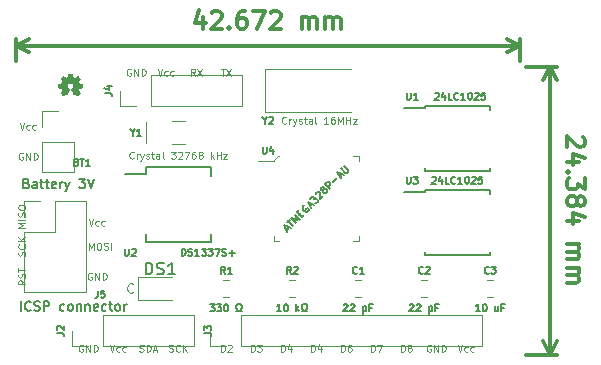
<source format=gto>
G04 #@! TF.GenerationSoftware,KiCad,Pcbnew,5.0.2-bee76a0~70~ubuntu18.04.1*
G04 #@! TF.CreationDate,2019-02-19T10:16:34+11:00*
G04 #@! TF.ProjectId,BACEE,42414345-452e-46b6-9963-61645f706362,2*
G04 #@! TF.SameCoordinates,Original*
G04 #@! TF.FileFunction,Legend,Top*
G04 #@! TF.FilePolarity,Positive*
%FSLAX46Y46*%
G04 Gerber Fmt 4.6, Leading zero omitted, Abs format (unit mm)*
G04 Created by KiCad (PCBNEW 5.0.2-bee76a0~70~ubuntu18.04.1) date Tue 19 Feb 2019 10:16:34 AM AEDT*
%MOMM*%
%LPD*%
G01*
G04 APERTURE LIST*
%ADD10C,0.300000*%
%ADD11C,0.100000*%
%ADD12C,0.120000*%
%ADD13C,0.150000*%
%ADD14C,0.002540*%
G04 APERTURE END LIST*
D10*
X142986571Y-96909714D02*
X143058000Y-96981142D01*
X143129428Y-97124000D01*
X143129428Y-97481142D01*
X143058000Y-97624000D01*
X142986571Y-97695428D01*
X142843714Y-97766857D01*
X142700857Y-97766857D01*
X142486571Y-97695428D01*
X141629428Y-96838285D01*
X141629428Y-97766857D01*
X142629428Y-99052571D02*
X141629428Y-99052571D01*
X143200857Y-98695428D02*
X142129428Y-98338285D01*
X142129428Y-99266857D01*
X141772285Y-99838285D02*
X141700857Y-99909714D01*
X141629428Y-99838285D01*
X141700857Y-99766857D01*
X141772285Y-99838285D01*
X141629428Y-99838285D01*
X143129428Y-100409714D02*
X143129428Y-101338285D01*
X142558000Y-100838285D01*
X142558000Y-101052571D01*
X142486571Y-101195428D01*
X142415142Y-101266857D01*
X142272285Y-101338285D01*
X141915142Y-101338285D01*
X141772285Y-101266857D01*
X141700857Y-101195428D01*
X141629428Y-101052571D01*
X141629428Y-100624000D01*
X141700857Y-100481142D01*
X141772285Y-100409714D01*
X142486571Y-102195428D02*
X142558000Y-102052571D01*
X142629428Y-101981142D01*
X142772285Y-101909714D01*
X142843714Y-101909714D01*
X142986571Y-101981142D01*
X143058000Y-102052571D01*
X143129428Y-102195428D01*
X143129428Y-102481142D01*
X143058000Y-102624000D01*
X142986571Y-102695428D01*
X142843714Y-102766857D01*
X142772285Y-102766857D01*
X142629428Y-102695428D01*
X142558000Y-102624000D01*
X142486571Y-102481142D01*
X142486571Y-102195428D01*
X142415142Y-102052571D01*
X142343714Y-101981142D01*
X142200857Y-101909714D01*
X141915142Y-101909714D01*
X141772285Y-101981142D01*
X141700857Y-102052571D01*
X141629428Y-102195428D01*
X141629428Y-102481142D01*
X141700857Y-102624000D01*
X141772285Y-102695428D01*
X141915142Y-102766857D01*
X142200857Y-102766857D01*
X142343714Y-102695428D01*
X142415142Y-102624000D01*
X142486571Y-102481142D01*
X142629428Y-104052571D02*
X141629428Y-104052571D01*
X143200857Y-103695428D02*
X142129428Y-103338285D01*
X142129428Y-104266857D01*
X141629428Y-105981142D02*
X142629428Y-105981142D01*
X142486571Y-105981142D02*
X142558000Y-106052571D01*
X142629428Y-106195428D01*
X142629428Y-106409714D01*
X142558000Y-106552571D01*
X142415142Y-106624000D01*
X141629428Y-106624000D01*
X142415142Y-106624000D02*
X142558000Y-106695428D01*
X142629428Y-106838285D01*
X142629428Y-107052571D01*
X142558000Y-107195428D01*
X142415142Y-107266857D01*
X141629428Y-107266857D01*
X141629428Y-107981142D02*
X142629428Y-107981142D01*
X142486571Y-107981142D02*
X142558000Y-108052571D01*
X142629428Y-108195428D01*
X142629428Y-108409714D01*
X142558000Y-108552571D01*
X142415142Y-108624000D01*
X141629428Y-108624000D01*
X142415142Y-108624000D02*
X142558000Y-108695428D01*
X142629428Y-108838285D01*
X142629428Y-109052571D01*
X142558000Y-109195428D01*
X142415142Y-109266857D01*
X141629428Y-109266857D01*
X140208000Y-90932000D02*
X140208000Y-115316000D01*
X138176000Y-90932000D02*
X140794421Y-90932000D01*
X138176000Y-115316000D02*
X140794421Y-115316000D01*
X140208000Y-115316000D02*
X139621579Y-114189496D01*
X140208000Y-115316000D02*
X140794421Y-114189496D01*
X140208000Y-90932000D02*
X139621579Y-92058504D01*
X140208000Y-90932000D02*
X140794421Y-92058504D01*
X110832000Y-86732571D02*
X110832000Y-87732571D01*
X110474857Y-86161142D02*
X110117714Y-87232571D01*
X111046285Y-87232571D01*
X111546285Y-86375428D02*
X111617714Y-86304000D01*
X111760571Y-86232571D01*
X112117714Y-86232571D01*
X112260571Y-86304000D01*
X112332000Y-86375428D01*
X112403428Y-86518285D01*
X112403428Y-86661142D01*
X112332000Y-86875428D01*
X111474857Y-87732571D01*
X112403428Y-87732571D01*
X113046285Y-87589714D02*
X113117714Y-87661142D01*
X113046285Y-87732571D01*
X112974857Y-87661142D01*
X113046285Y-87589714D01*
X113046285Y-87732571D01*
X114403428Y-86232571D02*
X114117714Y-86232571D01*
X113974857Y-86304000D01*
X113903428Y-86375428D01*
X113760571Y-86589714D01*
X113689142Y-86875428D01*
X113689142Y-87446857D01*
X113760571Y-87589714D01*
X113832000Y-87661142D01*
X113974857Y-87732571D01*
X114260571Y-87732571D01*
X114403428Y-87661142D01*
X114474857Y-87589714D01*
X114546285Y-87446857D01*
X114546285Y-87089714D01*
X114474857Y-86946857D01*
X114403428Y-86875428D01*
X114260571Y-86804000D01*
X113974857Y-86804000D01*
X113832000Y-86875428D01*
X113760571Y-86946857D01*
X113689142Y-87089714D01*
X115046285Y-86232571D02*
X116046285Y-86232571D01*
X115403428Y-87732571D01*
X116546285Y-86375428D02*
X116617714Y-86304000D01*
X116760571Y-86232571D01*
X117117714Y-86232571D01*
X117260571Y-86304000D01*
X117332000Y-86375428D01*
X117403428Y-86518285D01*
X117403428Y-86661142D01*
X117332000Y-86875428D01*
X116474857Y-87732571D01*
X117403428Y-87732571D01*
X119189142Y-87732571D02*
X119189142Y-86732571D01*
X119189142Y-86875428D02*
X119260571Y-86804000D01*
X119403428Y-86732571D01*
X119617714Y-86732571D01*
X119760571Y-86804000D01*
X119832000Y-86946857D01*
X119832000Y-87732571D01*
X119832000Y-86946857D02*
X119903428Y-86804000D01*
X120046285Y-86732571D01*
X120260571Y-86732571D01*
X120403428Y-86804000D01*
X120474857Y-86946857D01*
X120474857Y-87732571D01*
X121189142Y-87732571D02*
X121189142Y-86732571D01*
X121189142Y-86875428D02*
X121260571Y-86804000D01*
X121403428Y-86732571D01*
X121617714Y-86732571D01*
X121760571Y-86804000D01*
X121832000Y-86946857D01*
X121832000Y-87732571D01*
X121832000Y-86946857D02*
X121903428Y-86804000D01*
X122046285Y-86732571D01*
X122260571Y-86732571D01*
X122403428Y-86804000D01*
X122474857Y-86946857D01*
X122474857Y-87732571D01*
X94996000Y-89154000D02*
X137668000Y-89154000D01*
X94996000Y-90424000D02*
X94996000Y-88567579D01*
X137668000Y-90424000D02*
X137668000Y-88567579D01*
X137668000Y-89154000D02*
X136541496Y-89740421D01*
X137668000Y-89154000D02*
X136541496Y-88567579D01*
X94996000Y-89154000D02*
X96122504Y-89740421D01*
X94996000Y-89154000D02*
X96122504Y-88567579D01*
D11*
X112318857Y-91111428D02*
X112661714Y-91111428D01*
X112490285Y-91711428D02*
X112490285Y-91111428D01*
X112804571Y-91111428D02*
X113204571Y-91711428D01*
X113204571Y-91111428D02*
X112804571Y-91711428D01*
X110136000Y-91711428D02*
X109936000Y-91425714D01*
X109793142Y-91711428D02*
X109793142Y-91111428D01*
X110021714Y-91111428D01*
X110078857Y-91140000D01*
X110107428Y-91168571D01*
X110136000Y-91225714D01*
X110136000Y-91311428D01*
X110107428Y-91368571D01*
X110078857Y-91397142D01*
X110021714Y-91425714D01*
X109793142Y-91425714D01*
X110336000Y-91111428D02*
X110736000Y-91711428D01*
X110736000Y-91111428D02*
X110336000Y-91711428D01*
X127573142Y-115079428D02*
X127573142Y-114479428D01*
X127716000Y-114479428D01*
X127801714Y-114508000D01*
X127858857Y-114565142D01*
X127887428Y-114622285D01*
X127916000Y-114736571D01*
X127916000Y-114822285D01*
X127887428Y-114936571D01*
X127858857Y-114993714D01*
X127801714Y-115050857D01*
X127716000Y-115079428D01*
X127573142Y-115079428D01*
X128258857Y-114736571D02*
X128201714Y-114708000D01*
X128173142Y-114679428D01*
X128144571Y-114622285D01*
X128144571Y-114593714D01*
X128173142Y-114536571D01*
X128201714Y-114508000D01*
X128258857Y-114479428D01*
X128373142Y-114479428D01*
X128430285Y-114508000D01*
X128458857Y-114536571D01*
X128487428Y-114593714D01*
X128487428Y-114622285D01*
X128458857Y-114679428D01*
X128430285Y-114708000D01*
X128373142Y-114736571D01*
X128258857Y-114736571D01*
X128201714Y-114765142D01*
X128173142Y-114793714D01*
X128144571Y-114850857D01*
X128144571Y-114965142D01*
X128173142Y-115022285D01*
X128201714Y-115050857D01*
X128258857Y-115079428D01*
X128373142Y-115079428D01*
X128430285Y-115050857D01*
X128458857Y-115022285D01*
X128487428Y-114965142D01*
X128487428Y-114850857D01*
X128458857Y-114793714D01*
X128430285Y-114765142D01*
X128373142Y-114736571D01*
X125033142Y-115079428D02*
X125033142Y-114479428D01*
X125176000Y-114479428D01*
X125261714Y-114508000D01*
X125318857Y-114565142D01*
X125347428Y-114622285D01*
X125376000Y-114736571D01*
X125376000Y-114822285D01*
X125347428Y-114936571D01*
X125318857Y-114993714D01*
X125261714Y-115050857D01*
X125176000Y-115079428D01*
X125033142Y-115079428D01*
X125576000Y-114479428D02*
X125976000Y-114479428D01*
X125718857Y-115079428D01*
X122493142Y-115079428D02*
X122493142Y-114479428D01*
X122636000Y-114479428D01*
X122721714Y-114508000D01*
X122778857Y-114565142D01*
X122807428Y-114622285D01*
X122836000Y-114736571D01*
X122836000Y-114822285D01*
X122807428Y-114936571D01*
X122778857Y-114993714D01*
X122721714Y-115050857D01*
X122636000Y-115079428D01*
X122493142Y-115079428D01*
X123350285Y-114479428D02*
X123236000Y-114479428D01*
X123178857Y-114508000D01*
X123150285Y-114536571D01*
X123093142Y-114622285D01*
X123064571Y-114736571D01*
X123064571Y-114965142D01*
X123093142Y-115022285D01*
X123121714Y-115050857D01*
X123178857Y-115079428D01*
X123293142Y-115079428D01*
X123350285Y-115050857D01*
X123378857Y-115022285D01*
X123407428Y-114965142D01*
X123407428Y-114822285D01*
X123378857Y-114765142D01*
X123350285Y-114736571D01*
X123293142Y-114708000D01*
X123178857Y-114708000D01*
X123121714Y-114736571D01*
X123093142Y-114765142D01*
X123064571Y-114822285D01*
X119953142Y-115079428D02*
X119953142Y-114479428D01*
X120096000Y-114479428D01*
X120181714Y-114508000D01*
X120238857Y-114565142D01*
X120267428Y-114622285D01*
X120296000Y-114736571D01*
X120296000Y-114822285D01*
X120267428Y-114936571D01*
X120238857Y-114993714D01*
X120181714Y-115050857D01*
X120096000Y-115079428D01*
X119953142Y-115079428D01*
X120810285Y-114679428D02*
X120810285Y-115079428D01*
X120667428Y-114450857D02*
X120524571Y-114879428D01*
X120896000Y-114879428D01*
X117413142Y-115079428D02*
X117413142Y-114479428D01*
X117556000Y-114479428D01*
X117641714Y-114508000D01*
X117698857Y-114565142D01*
X117727428Y-114622285D01*
X117756000Y-114736571D01*
X117756000Y-114822285D01*
X117727428Y-114936571D01*
X117698857Y-114993714D01*
X117641714Y-115050857D01*
X117556000Y-115079428D01*
X117413142Y-115079428D01*
X118270285Y-114679428D02*
X118270285Y-115079428D01*
X118127428Y-114450857D02*
X117984571Y-114879428D01*
X118356000Y-114879428D01*
X114873142Y-115079428D02*
X114873142Y-114479428D01*
X115016000Y-114479428D01*
X115101714Y-114508000D01*
X115158857Y-114565142D01*
X115187428Y-114622285D01*
X115216000Y-114736571D01*
X115216000Y-114822285D01*
X115187428Y-114936571D01*
X115158857Y-114993714D01*
X115101714Y-115050857D01*
X115016000Y-115079428D01*
X114873142Y-115079428D01*
X115416000Y-114479428D02*
X115787428Y-114479428D01*
X115587428Y-114708000D01*
X115673142Y-114708000D01*
X115730285Y-114736571D01*
X115758857Y-114765142D01*
X115787428Y-114822285D01*
X115787428Y-114965142D01*
X115758857Y-115022285D01*
X115730285Y-115050857D01*
X115673142Y-115079428D01*
X115501714Y-115079428D01*
X115444571Y-115050857D01*
X115416000Y-115022285D01*
X112333142Y-115079428D02*
X112333142Y-114479428D01*
X112476000Y-114479428D01*
X112561714Y-114508000D01*
X112618857Y-114565142D01*
X112647428Y-114622285D01*
X112676000Y-114736571D01*
X112676000Y-114822285D01*
X112647428Y-114936571D01*
X112618857Y-114993714D01*
X112561714Y-115050857D01*
X112476000Y-115079428D01*
X112333142Y-115079428D01*
X112904571Y-114536571D02*
X112933142Y-114508000D01*
X112990285Y-114479428D01*
X113133142Y-114479428D01*
X113190285Y-114508000D01*
X113218857Y-114536571D01*
X113247428Y-114593714D01*
X113247428Y-114650857D01*
X113218857Y-114736571D01*
X112876000Y-115079428D01*
X113247428Y-115079428D01*
X107940571Y-115050857D02*
X108026285Y-115079428D01*
X108169142Y-115079428D01*
X108226285Y-115050857D01*
X108254857Y-115022285D01*
X108283428Y-114965142D01*
X108283428Y-114908000D01*
X108254857Y-114850857D01*
X108226285Y-114822285D01*
X108169142Y-114793714D01*
X108054857Y-114765142D01*
X107997714Y-114736571D01*
X107969142Y-114708000D01*
X107940571Y-114650857D01*
X107940571Y-114593714D01*
X107969142Y-114536571D01*
X107997714Y-114508000D01*
X108054857Y-114479428D01*
X108197714Y-114479428D01*
X108283428Y-114508000D01*
X108883428Y-115022285D02*
X108854857Y-115050857D01*
X108769142Y-115079428D01*
X108712000Y-115079428D01*
X108626285Y-115050857D01*
X108569142Y-114993714D01*
X108540571Y-114936571D01*
X108512000Y-114822285D01*
X108512000Y-114736571D01*
X108540571Y-114622285D01*
X108569142Y-114565142D01*
X108626285Y-114508000D01*
X108712000Y-114479428D01*
X108769142Y-114479428D01*
X108854857Y-114508000D01*
X108883428Y-114536571D01*
X109140571Y-115079428D02*
X109140571Y-114479428D01*
X109483428Y-115079428D02*
X109226285Y-114736571D01*
X109483428Y-114479428D02*
X109140571Y-114822285D01*
X105443428Y-115050857D02*
X105529142Y-115079428D01*
X105672000Y-115079428D01*
X105729142Y-115050857D01*
X105757714Y-115022285D01*
X105786285Y-114965142D01*
X105786285Y-114908000D01*
X105757714Y-114850857D01*
X105729142Y-114822285D01*
X105672000Y-114793714D01*
X105557714Y-114765142D01*
X105500571Y-114736571D01*
X105472000Y-114708000D01*
X105443428Y-114650857D01*
X105443428Y-114593714D01*
X105472000Y-114536571D01*
X105500571Y-114508000D01*
X105557714Y-114479428D01*
X105700571Y-114479428D01*
X105786285Y-114508000D01*
X106043428Y-115079428D02*
X106043428Y-114479428D01*
X106186285Y-114479428D01*
X106272000Y-114508000D01*
X106329142Y-114565142D01*
X106357714Y-114622285D01*
X106386285Y-114736571D01*
X106386285Y-114822285D01*
X106357714Y-114936571D01*
X106329142Y-114993714D01*
X106272000Y-115050857D01*
X106186285Y-115079428D01*
X106043428Y-115079428D01*
X106614857Y-114908000D02*
X106900571Y-114908000D01*
X106557714Y-115079428D02*
X106757714Y-114479428D01*
X106957714Y-115079428D01*
X95775428Y-109040571D02*
X95489714Y-109240571D01*
X95775428Y-109383428D02*
X95175428Y-109383428D01*
X95175428Y-109154857D01*
X95204000Y-109097714D01*
X95232571Y-109069142D01*
X95289714Y-109040571D01*
X95375428Y-109040571D01*
X95432571Y-109069142D01*
X95461142Y-109097714D01*
X95489714Y-109154857D01*
X95489714Y-109383428D01*
X95746857Y-108812000D02*
X95775428Y-108726285D01*
X95775428Y-108583428D01*
X95746857Y-108526285D01*
X95718285Y-108497714D01*
X95661142Y-108469142D01*
X95604000Y-108469142D01*
X95546857Y-108497714D01*
X95518285Y-108526285D01*
X95489714Y-108583428D01*
X95461142Y-108697714D01*
X95432571Y-108754857D01*
X95404000Y-108783428D01*
X95346857Y-108812000D01*
X95289714Y-108812000D01*
X95232571Y-108783428D01*
X95204000Y-108754857D01*
X95175428Y-108697714D01*
X95175428Y-108554857D01*
X95204000Y-108469142D01*
X95175428Y-108297714D02*
X95175428Y-107954857D01*
X95775428Y-108126285D02*
X95175428Y-108126285D01*
X95746857Y-106943428D02*
X95775428Y-106857714D01*
X95775428Y-106714857D01*
X95746857Y-106657714D01*
X95718285Y-106629142D01*
X95661142Y-106600571D01*
X95604000Y-106600571D01*
X95546857Y-106629142D01*
X95518285Y-106657714D01*
X95489714Y-106714857D01*
X95461142Y-106829142D01*
X95432571Y-106886285D01*
X95404000Y-106914857D01*
X95346857Y-106943428D01*
X95289714Y-106943428D01*
X95232571Y-106914857D01*
X95204000Y-106886285D01*
X95175428Y-106829142D01*
X95175428Y-106686285D01*
X95204000Y-106600571D01*
X95718285Y-106000571D02*
X95746857Y-106029142D01*
X95775428Y-106114857D01*
X95775428Y-106172000D01*
X95746857Y-106257714D01*
X95689714Y-106314857D01*
X95632571Y-106343428D01*
X95518285Y-106372000D01*
X95432571Y-106372000D01*
X95318285Y-106343428D01*
X95261142Y-106314857D01*
X95204000Y-106257714D01*
X95175428Y-106172000D01*
X95175428Y-106114857D01*
X95204000Y-106029142D01*
X95232571Y-106000571D01*
X95775428Y-105743428D02*
X95175428Y-105743428D01*
X95775428Y-105400571D02*
X95432571Y-105657714D01*
X95175428Y-105400571D02*
X95518285Y-105743428D01*
X95775428Y-104574857D02*
X95175428Y-104574857D01*
X95604000Y-104374857D01*
X95175428Y-104174857D01*
X95775428Y-104174857D01*
X95775428Y-103889142D02*
X95175428Y-103889142D01*
X95746857Y-103632000D02*
X95775428Y-103546285D01*
X95775428Y-103403428D01*
X95746857Y-103346285D01*
X95718285Y-103317714D01*
X95661142Y-103289142D01*
X95604000Y-103289142D01*
X95546857Y-103317714D01*
X95518285Y-103346285D01*
X95489714Y-103403428D01*
X95461142Y-103517714D01*
X95432571Y-103574857D01*
X95404000Y-103603428D01*
X95346857Y-103632000D01*
X95289714Y-103632000D01*
X95232571Y-103603428D01*
X95204000Y-103574857D01*
X95175428Y-103517714D01*
X95175428Y-103374857D01*
X95204000Y-103289142D01*
X95175428Y-102917714D02*
X95175428Y-102803428D01*
X95204000Y-102746285D01*
X95261142Y-102689142D01*
X95375428Y-102660571D01*
X95575428Y-102660571D01*
X95689714Y-102689142D01*
X95746857Y-102746285D01*
X95775428Y-102803428D01*
X95775428Y-102917714D01*
X95746857Y-102974857D01*
X95689714Y-103032000D01*
X95575428Y-103060571D01*
X95375428Y-103060571D01*
X95261142Y-103032000D01*
X95204000Y-102974857D01*
X95175428Y-102917714D01*
X101165142Y-106443428D02*
X101165142Y-105843428D01*
X101365142Y-106272000D01*
X101565142Y-105843428D01*
X101565142Y-106443428D01*
X101965142Y-105843428D02*
X102079428Y-105843428D01*
X102136571Y-105872000D01*
X102193714Y-105929142D01*
X102222285Y-106043428D01*
X102222285Y-106243428D01*
X102193714Y-106357714D01*
X102136571Y-106414857D01*
X102079428Y-106443428D01*
X101965142Y-106443428D01*
X101908000Y-106414857D01*
X101850857Y-106357714D01*
X101822285Y-106243428D01*
X101822285Y-106043428D01*
X101850857Y-105929142D01*
X101908000Y-105872000D01*
X101965142Y-105843428D01*
X102450857Y-106414857D02*
X102536571Y-106443428D01*
X102679428Y-106443428D01*
X102736571Y-106414857D01*
X102765142Y-106386285D01*
X102793714Y-106329142D01*
X102793714Y-106272000D01*
X102765142Y-106214857D01*
X102736571Y-106186285D01*
X102679428Y-106157714D01*
X102565142Y-106129142D01*
X102508000Y-106100571D01*
X102479428Y-106072000D01*
X102450857Y-106014857D01*
X102450857Y-105957714D01*
X102479428Y-105900571D01*
X102508000Y-105872000D01*
X102565142Y-105843428D01*
X102708000Y-105843428D01*
X102793714Y-105872000D01*
X103050857Y-106443428D02*
X103050857Y-105843428D01*
X106981714Y-91111428D02*
X107181714Y-91711428D01*
X107381714Y-91111428D01*
X107838857Y-91682857D02*
X107781714Y-91711428D01*
X107667428Y-91711428D01*
X107610285Y-91682857D01*
X107581714Y-91654285D01*
X107553142Y-91597142D01*
X107553142Y-91425714D01*
X107581714Y-91368571D01*
X107610285Y-91340000D01*
X107667428Y-91311428D01*
X107781714Y-91311428D01*
X107838857Y-91340000D01*
X108353142Y-91682857D02*
X108296000Y-91711428D01*
X108181714Y-91711428D01*
X108124571Y-91682857D01*
X108096000Y-91654285D01*
X108067428Y-91597142D01*
X108067428Y-91425714D01*
X108096000Y-91368571D01*
X108124571Y-91340000D01*
X108181714Y-91311428D01*
X108296000Y-91311428D01*
X108353142Y-91340000D01*
X104698857Y-91140000D02*
X104641714Y-91111428D01*
X104556000Y-91111428D01*
X104470285Y-91140000D01*
X104413142Y-91197142D01*
X104384571Y-91254285D01*
X104356000Y-91368571D01*
X104356000Y-91454285D01*
X104384571Y-91568571D01*
X104413142Y-91625714D01*
X104470285Y-91682857D01*
X104556000Y-91711428D01*
X104613142Y-91711428D01*
X104698857Y-91682857D01*
X104727428Y-91654285D01*
X104727428Y-91454285D01*
X104613142Y-91454285D01*
X104984571Y-91711428D02*
X104984571Y-91111428D01*
X105327428Y-91711428D01*
X105327428Y-91111428D01*
X105613142Y-91711428D02*
X105613142Y-91111428D01*
X105756000Y-91111428D01*
X105841714Y-91140000D01*
X105898857Y-91197142D01*
X105927428Y-91254285D01*
X105956000Y-91368571D01*
X105956000Y-91454285D01*
X105927428Y-91568571D01*
X105898857Y-91625714D01*
X105841714Y-91682857D01*
X105756000Y-91711428D01*
X105613142Y-91711428D01*
X130098857Y-114508000D02*
X130041714Y-114479428D01*
X129956000Y-114479428D01*
X129870285Y-114508000D01*
X129813142Y-114565142D01*
X129784571Y-114622285D01*
X129756000Y-114736571D01*
X129756000Y-114822285D01*
X129784571Y-114936571D01*
X129813142Y-114993714D01*
X129870285Y-115050857D01*
X129956000Y-115079428D01*
X130013142Y-115079428D01*
X130098857Y-115050857D01*
X130127428Y-115022285D01*
X130127428Y-114822285D01*
X130013142Y-114822285D01*
X130384571Y-115079428D02*
X130384571Y-114479428D01*
X130727428Y-115079428D01*
X130727428Y-114479428D01*
X131013142Y-115079428D02*
X131013142Y-114479428D01*
X131156000Y-114479428D01*
X131241714Y-114508000D01*
X131298857Y-114565142D01*
X131327428Y-114622285D01*
X131356000Y-114736571D01*
X131356000Y-114822285D01*
X131327428Y-114936571D01*
X131298857Y-114993714D01*
X131241714Y-115050857D01*
X131156000Y-115079428D01*
X131013142Y-115079428D01*
X132381714Y-114479428D02*
X132581714Y-115079428D01*
X132781714Y-114479428D01*
X133238857Y-115050857D02*
X133181714Y-115079428D01*
X133067428Y-115079428D01*
X133010285Y-115050857D01*
X132981714Y-115022285D01*
X132953142Y-114965142D01*
X132953142Y-114793714D01*
X132981714Y-114736571D01*
X133010285Y-114708000D01*
X133067428Y-114679428D01*
X133181714Y-114679428D01*
X133238857Y-114708000D01*
X133753142Y-115050857D02*
X133696000Y-115079428D01*
X133581714Y-115079428D01*
X133524571Y-115050857D01*
X133496000Y-115022285D01*
X133467428Y-114965142D01*
X133467428Y-114793714D01*
X133496000Y-114736571D01*
X133524571Y-114708000D01*
X133581714Y-114679428D01*
X133696000Y-114679428D01*
X133753142Y-114708000D01*
X100634857Y-114508000D02*
X100577714Y-114479428D01*
X100492000Y-114479428D01*
X100406285Y-114508000D01*
X100349142Y-114565142D01*
X100320571Y-114622285D01*
X100292000Y-114736571D01*
X100292000Y-114822285D01*
X100320571Y-114936571D01*
X100349142Y-114993714D01*
X100406285Y-115050857D01*
X100492000Y-115079428D01*
X100549142Y-115079428D01*
X100634857Y-115050857D01*
X100663428Y-115022285D01*
X100663428Y-114822285D01*
X100549142Y-114822285D01*
X100920571Y-115079428D02*
X100920571Y-114479428D01*
X101263428Y-115079428D01*
X101263428Y-114479428D01*
X101549142Y-115079428D02*
X101549142Y-114479428D01*
X101692000Y-114479428D01*
X101777714Y-114508000D01*
X101834857Y-114565142D01*
X101863428Y-114622285D01*
X101892000Y-114736571D01*
X101892000Y-114822285D01*
X101863428Y-114936571D01*
X101834857Y-114993714D01*
X101777714Y-115050857D01*
X101692000Y-115079428D01*
X101549142Y-115079428D01*
X101396857Y-108412000D02*
X101339714Y-108383428D01*
X101254000Y-108383428D01*
X101168285Y-108412000D01*
X101111142Y-108469142D01*
X101082571Y-108526285D01*
X101054000Y-108640571D01*
X101054000Y-108726285D01*
X101082571Y-108840571D01*
X101111142Y-108897714D01*
X101168285Y-108954857D01*
X101254000Y-108983428D01*
X101311142Y-108983428D01*
X101396857Y-108954857D01*
X101425428Y-108926285D01*
X101425428Y-108726285D01*
X101311142Y-108726285D01*
X101682571Y-108983428D02*
X101682571Y-108383428D01*
X102025428Y-108983428D01*
X102025428Y-108383428D01*
X102311142Y-108983428D02*
X102311142Y-108383428D01*
X102454000Y-108383428D01*
X102539714Y-108412000D01*
X102596857Y-108469142D01*
X102625428Y-108526285D01*
X102654000Y-108640571D01*
X102654000Y-108726285D01*
X102625428Y-108840571D01*
X102596857Y-108897714D01*
X102539714Y-108954857D01*
X102454000Y-108983428D01*
X102311142Y-108983428D01*
X102917714Y-114479428D02*
X103117714Y-115079428D01*
X103317714Y-114479428D01*
X103774857Y-115050857D02*
X103717714Y-115079428D01*
X103603428Y-115079428D01*
X103546285Y-115050857D01*
X103517714Y-115022285D01*
X103489142Y-114965142D01*
X103489142Y-114793714D01*
X103517714Y-114736571D01*
X103546285Y-114708000D01*
X103603428Y-114679428D01*
X103717714Y-114679428D01*
X103774857Y-114708000D01*
X104289142Y-115050857D02*
X104232000Y-115079428D01*
X104117714Y-115079428D01*
X104060571Y-115050857D01*
X104032000Y-115022285D01*
X104003428Y-114965142D01*
X104003428Y-114793714D01*
X104032000Y-114736571D01*
X104060571Y-114708000D01*
X104117714Y-114679428D01*
X104232000Y-114679428D01*
X104289142Y-114708000D01*
X101139714Y-103811428D02*
X101339714Y-104411428D01*
X101539714Y-103811428D01*
X101996857Y-104382857D02*
X101939714Y-104411428D01*
X101825428Y-104411428D01*
X101768285Y-104382857D01*
X101739714Y-104354285D01*
X101711142Y-104297142D01*
X101711142Y-104125714D01*
X101739714Y-104068571D01*
X101768285Y-104040000D01*
X101825428Y-104011428D01*
X101939714Y-104011428D01*
X101996857Y-104040000D01*
X102511142Y-104382857D02*
X102454000Y-104411428D01*
X102339714Y-104411428D01*
X102282571Y-104382857D01*
X102254000Y-104354285D01*
X102225428Y-104297142D01*
X102225428Y-104125714D01*
X102254000Y-104068571D01*
X102282571Y-104040000D01*
X102339714Y-104011428D01*
X102454000Y-104011428D01*
X102511142Y-104040000D01*
X95554857Y-98252000D02*
X95497714Y-98223428D01*
X95412000Y-98223428D01*
X95326285Y-98252000D01*
X95269142Y-98309142D01*
X95240571Y-98366285D01*
X95212000Y-98480571D01*
X95212000Y-98566285D01*
X95240571Y-98680571D01*
X95269142Y-98737714D01*
X95326285Y-98794857D01*
X95412000Y-98823428D01*
X95469142Y-98823428D01*
X95554857Y-98794857D01*
X95583428Y-98766285D01*
X95583428Y-98566285D01*
X95469142Y-98566285D01*
X95840571Y-98823428D02*
X95840571Y-98223428D01*
X96183428Y-98823428D01*
X96183428Y-98223428D01*
X96469142Y-98823428D02*
X96469142Y-98223428D01*
X96612000Y-98223428D01*
X96697714Y-98252000D01*
X96754857Y-98309142D01*
X96783428Y-98366285D01*
X96812000Y-98480571D01*
X96812000Y-98566285D01*
X96783428Y-98680571D01*
X96754857Y-98737714D01*
X96697714Y-98794857D01*
X96612000Y-98823428D01*
X96469142Y-98823428D01*
X95297714Y-95683428D02*
X95497714Y-96283428D01*
X95697714Y-95683428D01*
X96154857Y-96254857D02*
X96097714Y-96283428D01*
X95983428Y-96283428D01*
X95926285Y-96254857D01*
X95897714Y-96226285D01*
X95869142Y-96169142D01*
X95869142Y-95997714D01*
X95897714Y-95940571D01*
X95926285Y-95912000D01*
X95983428Y-95883428D01*
X96097714Y-95883428D01*
X96154857Y-95912000D01*
X96669142Y-96254857D02*
X96612000Y-96283428D01*
X96497714Y-96283428D01*
X96440571Y-96254857D01*
X96412000Y-96226285D01*
X96383428Y-96169142D01*
X96383428Y-95997714D01*
X96412000Y-95940571D01*
X96440571Y-95912000D01*
X96497714Y-95883428D01*
X96612000Y-95883428D01*
X96669142Y-95912000D01*
X104895619Y-110013714D02*
X104857523Y-110051809D01*
X104743238Y-110089904D01*
X104667047Y-110089904D01*
X104552761Y-110051809D01*
X104476571Y-109975619D01*
X104438476Y-109899428D01*
X104400380Y-109747047D01*
X104400380Y-109632761D01*
X104438476Y-109480380D01*
X104476571Y-109404190D01*
X104552761Y-109328000D01*
X104667047Y-109289904D01*
X104743238Y-109289904D01*
X104857523Y-109328000D01*
X104895619Y-109366095D01*
D12*
G04 #@! TO.C,BT1*
X97222000Y-99882000D02*
X99882000Y-99882000D01*
X97222000Y-97282000D02*
X97222000Y-99882000D01*
X99882000Y-97282000D02*
X99882000Y-99882000D01*
X97222000Y-97282000D02*
X99882000Y-97282000D01*
X97222000Y-96012000D02*
X97222000Y-94682000D01*
X97222000Y-94682000D02*
X98552000Y-94682000D01*
G04 #@! TO.C,C1*
X123690748Y-109018000D02*
X124213252Y-109018000D01*
X123690748Y-110438000D02*
X124213252Y-110438000D01*
G04 #@! TO.C,C2*
X129278748Y-110438000D02*
X129801252Y-110438000D01*
X129278748Y-109018000D02*
X129801252Y-109018000D01*
G04 #@! TO.C,C3*
X134866748Y-109018000D02*
X135389252Y-109018000D01*
X134866748Y-110438000D02*
X135389252Y-110438000D01*
G04 #@! TO.C,J2*
X99762000Y-114614000D02*
X99762000Y-113284000D01*
X101092000Y-114614000D02*
X99762000Y-114614000D01*
X102362000Y-114614000D02*
X102362000Y-111954000D01*
X102362000Y-111954000D02*
X110042000Y-111954000D01*
X102362000Y-114614000D02*
X110042000Y-114614000D01*
X110042000Y-114614000D02*
X110042000Y-111954000D01*
G04 #@! TO.C,J3*
X134426000Y-114614000D02*
X134426000Y-111954000D01*
X114046000Y-114614000D02*
X134426000Y-114614000D01*
X114046000Y-111954000D02*
X134426000Y-111954000D01*
X114046000Y-114614000D02*
X114046000Y-111954000D01*
X112776000Y-114614000D02*
X111446000Y-114614000D01*
X111446000Y-114614000D02*
X111446000Y-113284000D01*
G04 #@! TO.C,J4*
X114106000Y-94294000D02*
X114106000Y-91634000D01*
X106426000Y-94294000D02*
X114106000Y-94294000D01*
X106426000Y-91634000D02*
X114106000Y-91634000D01*
X106426000Y-94294000D02*
X106426000Y-91634000D01*
X105156000Y-94294000D02*
X103826000Y-94294000D01*
X103826000Y-94294000D02*
X103826000Y-92964000D01*
G04 #@! TO.C,J5*
X95698000Y-110042000D02*
X100898000Y-110042000D01*
X95698000Y-104902000D02*
X95698000Y-110042000D01*
X100898000Y-102302000D02*
X100898000Y-110042000D01*
X95698000Y-104902000D02*
X98298000Y-104902000D01*
X98298000Y-104902000D02*
X98298000Y-102302000D01*
X98298000Y-102302000D02*
X100898000Y-102302000D01*
X95698000Y-103632000D02*
X95698000Y-102302000D01*
X95698000Y-102302000D02*
X97028000Y-102302000D01*
G04 #@! TO.C,R1*
X112514748Y-110438000D02*
X113037252Y-110438000D01*
X112514748Y-109018000D02*
X113037252Y-109018000D01*
G04 #@! TO.C,R2*
X118102748Y-109018000D02*
X118625252Y-109018000D01*
X118102748Y-110438000D02*
X118625252Y-110438000D01*
D13*
G04 #@! TO.C,U1*
X129584000Y-94273000D02*
X129584000Y-94478000D01*
X135084000Y-94273000D02*
X135084000Y-94573000D01*
X135084000Y-99783000D02*
X135084000Y-99483000D01*
X129584000Y-99783000D02*
X129584000Y-99483000D01*
X129584000Y-94273000D02*
X135084000Y-94273000D01*
X129584000Y-99783000D02*
X135084000Y-99783000D01*
X129584000Y-94478000D02*
X127834000Y-94478000D01*
G04 #@! TO.C,U2*
X105962000Y-99411000D02*
X105962000Y-100066000D01*
X111462000Y-99411000D02*
X111462000Y-100161000D01*
X111462000Y-105821000D02*
X111462000Y-105071000D01*
X105962000Y-105821000D02*
X105962000Y-105071000D01*
X105962000Y-99411000D02*
X111462000Y-99411000D01*
X105962000Y-105821000D02*
X111462000Y-105821000D01*
X105962000Y-100066000D02*
X104212000Y-100066000D01*
G04 #@! TO.C,U3*
X129584000Y-101590000D02*
X127834000Y-101590000D01*
X129584000Y-106895000D02*
X135084000Y-106895000D01*
X129584000Y-101385000D02*
X135084000Y-101385000D01*
X129584000Y-106895000D02*
X129584000Y-106595000D01*
X135084000Y-106895000D02*
X135084000Y-106595000D01*
X135084000Y-101385000D02*
X135084000Y-101685000D01*
X129584000Y-101385000D02*
X129584000Y-101590000D01*
D11*
G04 #@! TO.C,U4*
X117246000Y-98508000D02*
X117146000Y-98508000D01*
X117146000Y-98508000D02*
X116796000Y-98858000D01*
X116796000Y-98858000D02*
X116796000Y-98958000D01*
X116796000Y-98958000D02*
X115496000Y-98958000D01*
X123996000Y-98508000D02*
X123546000Y-98508000D01*
X123996000Y-98508000D02*
X123996000Y-98958000D01*
X123996000Y-105708000D02*
X123996000Y-105258000D01*
X123996000Y-105708000D02*
X123546000Y-105708000D01*
X116796000Y-105708000D02*
X117246000Y-105708000D01*
X116796000Y-105708000D02*
X116796000Y-105258000D01*
D12*
G04 #@! TO.C,Y1*
X108162000Y-95570000D02*
X109262000Y-95570000D01*
X108162000Y-97470000D02*
X109262000Y-97470000D01*
X106012000Y-95620000D02*
X106012000Y-97420000D01*
G04 #@! TO.C,Y2*
X123350000Y-91164000D02*
X116100000Y-91164000D01*
X116100000Y-91164000D02*
X116100000Y-94764000D01*
X116100000Y-94764000D02*
X123350000Y-94764000D01*
D14*
G04 #@! TO.C,LOGO_OSHW_silkscreen_2mm*
G36*
X98963480Y-93352620D02*
X98973640Y-93347540D01*
X98996500Y-93332300D01*
X99029520Y-93311980D01*
X99070160Y-93284040D01*
X99108260Y-93258640D01*
X99141280Y-93235780D01*
X99164140Y-93220540D01*
X99174300Y-93215460D01*
X99179380Y-93218000D01*
X99197160Y-93228160D01*
X99225100Y-93240860D01*
X99240340Y-93248480D01*
X99265740Y-93261180D01*
X99278440Y-93263720D01*
X99280980Y-93258640D01*
X99291140Y-93240860D01*
X99303840Y-93207840D01*
X99324160Y-93164660D01*
X99344480Y-93113860D01*
X99367340Y-93057980D01*
X99390200Y-93002100D01*
X99413060Y-92948760D01*
X99433380Y-92900500D01*
X99448620Y-92862400D01*
X99458780Y-92834460D01*
X99463860Y-92824300D01*
X99461320Y-92821760D01*
X99448620Y-92809060D01*
X99428300Y-92793820D01*
X99380040Y-92753180D01*
X99334320Y-92694760D01*
X99303840Y-92628720D01*
X99296220Y-92555060D01*
X99303840Y-92489020D01*
X99329240Y-92425520D01*
X99374960Y-92364560D01*
X99430840Y-92321380D01*
X99496880Y-92293440D01*
X99568000Y-92285820D01*
X99636580Y-92293440D01*
X99702620Y-92318840D01*
X99763580Y-92364560D01*
X99786440Y-92392500D01*
X99822000Y-92453460D01*
X99842320Y-92514420D01*
X99842320Y-92529660D01*
X99839780Y-92600780D01*
X99819460Y-92669360D01*
X99783900Y-92727780D01*
X99730560Y-92778580D01*
X99725480Y-92783660D01*
X99700080Y-92801440D01*
X99684840Y-92811600D01*
X99672140Y-92821760D01*
X99761040Y-93037660D01*
X99776280Y-93073220D01*
X99801680Y-93131640D01*
X99822000Y-93182440D01*
X99839780Y-93223080D01*
X99852480Y-93248480D01*
X99857560Y-93261180D01*
X99865180Y-93261180D01*
X99880420Y-93256100D01*
X99910900Y-93240860D01*
X99931220Y-93230700D01*
X99954080Y-93220540D01*
X99964240Y-93215460D01*
X99974400Y-93220540D01*
X99994720Y-93235780D01*
X100027740Y-93256100D01*
X100065840Y-93281500D01*
X100101400Y-93306900D01*
X100136960Y-93329760D01*
X100159820Y-93345000D01*
X100172520Y-93352620D01*
X100175060Y-93352620D01*
X100185220Y-93345000D01*
X100205540Y-93329760D01*
X100233480Y-93301820D01*
X100274120Y-93261180D01*
X100281740Y-93256100D01*
X100314760Y-93220540D01*
X100342700Y-93190060D01*
X100363020Y-93169740D01*
X100368100Y-93162120D01*
X100363020Y-93149420D01*
X100347780Y-93124020D01*
X100324920Y-93091000D01*
X100296980Y-93050360D01*
X100225860Y-92946220D01*
X100266500Y-92849700D01*
X100276660Y-92819220D01*
X100291900Y-92783660D01*
X100304600Y-92758260D01*
X100309680Y-92745560D01*
X100319840Y-92743020D01*
X100347780Y-92735400D01*
X100385880Y-92727780D01*
X100431600Y-92720160D01*
X100477320Y-92710000D01*
X100515420Y-92702380D01*
X100545900Y-92697300D01*
X100558600Y-92694760D01*
X100561140Y-92692220D01*
X100563680Y-92687140D01*
X100566220Y-92674440D01*
X100566220Y-92649040D01*
X100566220Y-92610940D01*
X100566220Y-92555060D01*
X100566220Y-92549980D01*
X100566220Y-92496640D01*
X100566220Y-92456000D01*
X100563680Y-92430600D01*
X100561140Y-92420440D01*
X100548440Y-92415360D01*
X100520500Y-92410280D01*
X100482400Y-92402660D01*
X100434140Y-92392500D01*
X100431600Y-92392500D01*
X100383340Y-92384880D01*
X100345240Y-92374720D01*
X100317300Y-92369640D01*
X100304600Y-92364560D01*
X100302060Y-92362020D01*
X100291900Y-92344240D01*
X100279200Y-92313760D01*
X100263960Y-92278200D01*
X100248720Y-92242640D01*
X100233480Y-92207080D01*
X100225860Y-92184220D01*
X100223320Y-92171520D01*
X100230940Y-92161360D01*
X100246180Y-92135960D01*
X100269040Y-92102940D01*
X100296980Y-92062300D01*
X100299520Y-92057220D01*
X100327460Y-92019120D01*
X100347780Y-91983560D01*
X100363020Y-91960700D01*
X100368100Y-91950540D01*
X100368100Y-91948000D01*
X100360480Y-91937840D01*
X100340160Y-91914980D01*
X100309680Y-91884500D01*
X100274120Y-91848940D01*
X100263960Y-91838780D01*
X100225860Y-91800680D01*
X100197920Y-91775280D01*
X100180140Y-91762580D01*
X100172520Y-91757500D01*
X100172520Y-91760040D01*
X100159820Y-91765120D01*
X100134420Y-91782900D01*
X100101400Y-91805760D01*
X100060760Y-91833700D01*
X100058220Y-91836240D01*
X100017580Y-91861640D01*
X99984560Y-91884500D01*
X99961700Y-91899740D01*
X99951540Y-91907360D01*
X99949000Y-91907360D01*
X99933760Y-91902280D01*
X99903280Y-91892120D01*
X99870260Y-91879420D01*
X99832160Y-91864180D01*
X99799140Y-91848940D01*
X99773740Y-91838780D01*
X99761040Y-91831160D01*
X99755960Y-91815920D01*
X99750880Y-91785440D01*
X99740720Y-91744800D01*
X99733100Y-91696540D01*
X99730560Y-91688920D01*
X99722940Y-91640660D01*
X99715320Y-91602560D01*
X99707700Y-91574620D01*
X99705160Y-91561920D01*
X99700080Y-91561920D01*
X99674680Y-91559380D01*
X99639120Y-91559380D01*
X99595940Y-91559380D01*
X99552760Y-91559380D01*
X99509580Y-91559380D01*
X99471480Y-91561920D01*
X99446080Y-91561920D01*
X99433380Y-91564460D01*
X99433380Y-91567000D01*
X99428300Y-91579700D01*
X99423220Y-91610180D01*
X99413060Y-91650820D01*
X99405440Y-91701620D01*
X99402900Y-91709240D01*
X99395280Y-91757500D01*
X99385120Y-91795600D01*
X99380040Y-91823540D01*
X99377500Y-91833700D01*
X99372420Y-91836240D01*
X99354640Y-91843860D01*
X99321620Y-91856560D01*
X99280980Y-91874340D01*
X99189540Y-91909900D01*
X99077780Y-91833700D01*
X99067620Y-91826080D01*
X99026980Y-91798140D01*
X98993960Y-91777820D01*
X98971100Y-91762580D01*
X98960940Y-91757500D01*
X98950780Y-91767660D01*
X98927920Y-91787980D01*
X98897440Y-91818460D01*
X98861880Y-91851480D01*
X98836480Y-91879420D01*
X98806000Y-91909900D01*
X98785680Y-91930220D01*
X98775520Y-91945460D01*
X98770440Y-91953080D01*
X98772980Y-91958160D01*
X98778060Y-91970860D01*
X98795840Y-91993720D01*
X98818700Y-92029280D01*
X98846640Y-92067380D01*
X98869500Y-92102940D01*
X98892360Y-92138500D01*
X98907600Y-92166440D01*
X98915220Y-92179140D01*
X98912680Y-92184220D01*
X98905060Y-92207080D01*
X98892360Y-92240100D01*
X98874580Y-92280740D01*
X98836480Y-92369640D01*
X98778060Y-92379800D01*
X98742500Y-92387420D01*
X98691700Y-92395040D01*
X98645980Y-92405200D01*
X98572320Y-92420440D01*
X98569780Y-92687140D01*
X98579940Y-92692220D01*
X98592640Y-92697300D01*
X98618040Y-92702380D01*
X98658680Y-92710000D01*
X98704400Y-92717620D01*
X98742500Y-92725240D01*
X98783140Y-92732860D01*
X98811080Y-92737940D01*
X98823780Y-92740480D01*
X98826320Y-92745560D01*
X98836480Y-92765880D01*
X98851720Y-92796360D01*
X98866960Y-92831920D01*
X98882200Y-92870020D01*
X98894900Y-92905580D01*
X98905060Y-92930980D01*
X98910140Y-92946220D01*
X98905060Y-92956380D01*
X98889820Y-92979240D01*
X98866960Y-93012260D01*
X98841560Y-93050360D01*
X98813620Y-93091000D01*
X98790760Y-93124020D01*
X98775520Y-93149420D01*
X98767900Y-93159580D01*
X98772980Y-93167200D01*
X98788220Y-93184980D01*
X98816160Y-93215460D01*
X98861880Y-93261180D01*
X98869500Y-93266260D01*
X98902520Y-93301820D01*
X98933000Y-93327220D01*
X98953320Y-93347540D01*
X98963480Y-93352620D01*
X98963480Y-93352620D01*
G37*
X98963480Y-93352620D02*
X98973640Y-93347540D01*
X98996500Y-93332300D01*
X99029520Y-93311980D01*
X99070160Y-93284040D01*
X99108260Y-93258640D01*
X99141280Y-93235780D01*
X99164140Y-93220540D01*
X99174300Y-93215460D01*
X99179380Y-93218000D01*
X99197160Y-93228160D01*
X99225100Y-93240860D01*
X99240340Y-93248480D01*
X99265740Y-93261180D01*
X99278440Y-93263720D01*
X99280980Y-93258640D01*
X99291140Y-93240860D01*
X99303840Y-93207840D01*
X99324160Y-93164660D01*
X99344480Y-93113860D01*
X99367340Y-93057980D01*
X99390200Y-93002100D01*
X99413060Y-92948760D01*
X99433380Y-92900500D01*
X99448620Y-92862400D01*
X99458780Y-92834460D01*
X99463860Y-92824300D01*
X99461320Y-92821760D01*
X99448620Y-92809060D01*
X99428300Y-92793820D01*
X99380040Y-92753180D01*
X99334320Y-92694760D01*
X99303840Y-92628720D01*
X99296220Y-92555060D01*
X99303840Y-92489020D01*
X99329240Y-92425520D01*
X99374960Y-92364560D01*
X99430840Y-92321380D01*
X99496880Y-92293440D01*
X99568000Y-92285820D01*
X99636580Y-92293440D01*
X99702620Y-92318840D01*
X99763580Y-92364560D01*
X99786440Y-92392500D01*
X99822000Y-92453460D01*
X99842320Y-92514420D01*
X99842320Y-92529660D01*
X99839780Y-92600780D01*
X99819460Y-92669360D01*
X99783900Y-92727780D01*
X99730560Y-92778580D01*
X99725480Y-92783660D01*
X99700080Y-92801440D01*
X99684840Y-92811600D01*
X99672140Y-92821760D01*
X99761040Y-93037660D01*
X99776280Y-93073220D01*
X99801680Y-93131640D01*
X99822000Y-93182440D01*
X99839780Y-93223080D01*
X99852480Y-93248480D01*
X99857560Y-93261180D01*
X99865180Y-93261180D01*
X99880420Y-93256100D01*
X99910900Y-93240860D01*
X99931220Y-93230700D01*
X99954080Y-93220540D01*
X99964240Y-93215460D01*
X99974400Y-93220540D01*
X99994720Y-93235780D01*
X100027740Y-93256100D01*
X100065840Y-93281500D01*
X100101400Y-93306900D01*
X100136960Y-93329760D01*
X100159820Y-93345000D01*
X100172520Y-93352620D01*
X100175060Y-93352620D01*
X100185220Y-93345000D01*
X100205540Y-93329760D01*
X100233480Y-93301820D01*
X100274120Y-93261180D01*
X100281740Y-93256100D01*
X100314760Y-93220540D01*
X100342700Y-93190060D01*
X100363020Y-93169740D01*
X100368100Y-93162120D01*
X100363020Y-93149420D01*
X100347780Y-93124020D01*
X100324920Y-93091000D01*
X100296980Y-93050360D01*
X100225860Y-92946220D01*
X100266500Y-92849700D01*
X100276660Y-92819220D01*
X100291900Y-92783660D01*
X100304600Y-92758260D01*
X100309680Y-92745560D01*
X100319840Y-92743020D01*
X100347780Y-92735400D01*
X100385880Y-92727780D01*
X100431600Y-92720160D01*
X100477320Y-92710000D01*
X100515420Y-92702380D01*
X100545900Y-92697300D01*
X100558600Y-92694760D01*
X100561140Y-92692220D01*
X100563680Y-92687140D01*
X100566220Y-92674440D01*
X100566220Y-92649040D01*
X100566220Y-92610940D01*
X100566220Y-92555060D01*
X100566220Y-92549980D01*
X100566220Y-92496640D01*
X100566220Y-92456000D01*
X100563680Y-92430600D01*
X100561140Y-92420440D01*
X100548440Y-92415360D01*
X100520500Y-92410280D01*
X100482400Y-92402660D01*
X100434140Y-92392500D01*
X100431600Y-92392500D01*
X100383340Y-92384880D01*
X100345240Y-92374720D01*
X100317300Y-92369640D01*
X100304600Y-92364560D01*
X100302060Y-92362020D01*
X100291900Y-92344240D01*
X100279200Y-92313760D01*
X100263960Y-92278200D01*
X100248720Y-92242640D01*
X100233480Y-92207080D01*
X100225860Y-92184220D01*
X100223320Y-92171520D01*
X100230940Y-92161360D01*
X100246180Y-92135960D01*
X100269040Y-92102940D01*
X100296980Y-92062300D01*
X100299520Y-92057220D01*
X100327460Y-92019120D01*
X100347780Y-91983560D01*
X100363020Y-91960700D01*
X100368100Y-91950540D01*
X100368100Y-91948000D01*
X100360480Y-91937840D01*
X100340160Y-91914980D01*
X100309680Y-91884500D01*
X100274120Y-91848940D01*
X100263960Y-91838780D01*
X100225860Y-91800680D01*
X100197920Y-91775280D01*
X100180140Y-91762580D01*
X100172520Y-91757500D01*
X100172520Y-91760040D01*
X100159820Y-91765120D01*
X100134420Y-91782900D01*
X100101400Y-91805760D01*
X100060760Y-91833700D01*
X100058220Y-91836240D01*
X100017580Y-91861640D01*
X99984560Y-91884500D01*
X99961700Y-91899740D01*
X99951540Y-91907360D01*
X99949000Y-91907360D01*
X99933760Y-91902280D01*
X99903280Y-91892120D01*
X99870260Y-91879420D01*
X99832160Y-91864180D01*
X99799140Y-91848940D01*
X99773740Y-91838780D01*
X99761040Y-91831160D01*
X99755960Y-91815920D01*
X99750880Y-91785440D01*
X99740720Y-91744800D01*
X99733100Y-91696540D01*
X99730560Y-91688920D01*
X99722940Y-91640660D01*
X99715320Y-91602560D01*
X99707700Y-91574620D01*
X99705160Y-91561920D01*
X99700080Y-91561920D01*
X99674680Y-91559380D01*
X99639120Y-91559380D01*
X99595940Y-91559380D01*
X99552760Y-91559380D01*
X99509580Y-91559380D01*
X99471480Y-91561920D01*
X99446080Y-91561920D01*
X99433380Y-91564460D01*
X99433380Y-91567000D01*
X99428300Y-91579700D01*
X99423220Y-91610180D01*
X99413060Y-91650820D01*
X99405440Y-91701620D01*
X99402900Y-91709240D01*
X99395280Y-91757500D01*
X99385120Y-91795600D01*
X99380040Y-91823540D01*
X99377500Y-91833700D01*
X99372420Y-91836240D01*
X99354640Y-91843860D01*
X99321620Y-91856560D01*
X99280980Y-91874340D01*
X99189540Y-91909900D01*
X99077780Y-91833700D01*
X99067620Y-91826080D01*
X99026980Y-91798140D01*
X98993960Y-91777820D01*
X98971100Y-91762580D01*
X98960940Y-91757500D01*
X98950780Y-91767660D01*
X98927920Y-91787980D01*
X98897440Y-91818460D01*
X98861880Y-91851480D01*
X98836480Y-91879420D01*
X98806000Y-91909900D01*
X98785680Y-91930220D01*
X98775520Y-91945460D01*
X98770440Y-91953080D01*
X98772980Y-91958160D01*
X98778060Y-91970860D01*
X98795840Y-91993720D01*
X98818700Y-92029280D01*
X98846640Y-92067380D01*
X98869500Y-92102940D01*
X98892360Y-92138500D01*
X98907600Y-92166440D01*
X98915220Y-92179140D01*
X98912680Y-92184220D01*
X98905060Y-92207080D01*
X98892360Y-92240100D01*
X98874580Y-92280740D01*
X98836480Y-92369640D01*
X98778060Y-92379800D01*
X98742500Y-92387420D01*
X98691700Y-92395040D01*
X98645980Y-92405200D01*
X98572320Y-92420440D01*
X98569780Y-92687140D01*
X98579940Y-92692220D01*
X98592640Y-92697300D01*
X98618040Y-92702380D01*
X98658680Y-92710000D01*
X98704400Y-92717620D01*
X98742500Y-92725240D01*
X98783140Y-92732860D01*
X98811080Y-92737940D01*
X98823780Y-92740480D01*
X98826320Y-92745560D01*
X98836480Y-92765880D01*
X98851720Y-92796360D01*
X98866960Y-92831920D01*
X98882200Y-92870020D01*
X98894900Y-92905580D01*
X98905060Y-92930980D01*
X98910140Y-92946220D01*
X98905060Y-92956380D01*
X98889820Y-92979240D01*
X98866960Y-93012260D01*
X98841560Y-93050360D01*
X98813620Y-93091000D01*
X98790760Y-93124020D01*
X98775520Y-93149420D01*
X98767900Y-93159580D01*
X98772980Y-93167200D01*
X98788220Y-93184980D01*
X98816160Y-93215460D01*
X98861880Y-93261180D01*
X98869500Y-93266260D01*
X98902520Y-93301820D01*
X98933000Y-93327220D01*
X98953320Y-93347540D01*
X98963480Y-93352620D01*
D12*
G04 #@! TO.C,DS1*
X108179000Y-108768000D02*
X105319000Y-108768000D01*
X105319000Y-108768000D02*
X105319000Y-110688000D01*
X105319000Y-110688000D02*
X108179000Y-110688000D01*
G04 #@! TO.C,BT1*
D13*
X100112571Y-99017142D02*
X100198285Y-99045714D01*
X100226857Y-99074285D01*
X100255428Y-99131428D01*
X100255428Y-99217142D01*
X100226857Y-99274285D01*
X100198285Y-99302857D01*
X100141142Y-99331428D01*
X99912571Y-99331428D01*
X99912571Y-98731428D01*
X100112571Y-98731428D01*
X100169714Y-98760000D01*
X100198285Y-98788571D01*
X100226857Y-98845714D01*
X100226857Y-98902857D01*
X100198285Y-98960000D01*
X100169714Y-98988571D01*
X100112571Y-99017142D01*
X99912571Y-99017142D01*
X100426857Y-98731428D02*
X100769714Y-98731428D01*
X100598285Y-99331428D02*
X100598285Y-98731428D01*
X101284000Y-99331428D02*
X100941142Y-99331428D01*
X101112571Y-99331428D02*
X101112571Y-98731428D01*
X101055428Y-98817142D01*
X100998285Y-98874285D01*
X100941142Y-98902857D01*
X95866285Y-100824857D02*
X95980571Y-100862952D01*
X96018666Y-100901047D01*
X96056761Y-100977238D01*
X96056761Y-101091523D01*
X96018666Y-101167714D01*
X95980571Y-101205809D01*
X95904380Y-101243904D01*
X95599619Y-101243904D01*
X95599619Y-100443904D01*
X95866285Y-100443904D01*
X95942476Y-100482000D01*
X95980571Y-100520095D01*
X96018666Y-100596285D01*
X96018666Y-100672476D01*
X95980571Y-100748666D01*
X95942476Y-100786761D01*
X95866285Y-100824857D01*
X95599619Y-100824857D01*
X96742476Y-101243904D02*
X96742476Y-100824857D01*
X96704380Y-100748666D01*
X96628190Y-100710571D01*
X96475809Y-100710571D01*
X96399619Y-100748666D01*
X96742476Y-101205809D02*
X96666285Y-101243904D01*
X96475809Y-101243904D01*
X96399619Y-101205809D01*
X96361523Y-101129619D01*
X96361523Y-101053428D01*
X96399619Y-100977238D01*
X96475809Y-100939142D01*
X96666285Y-100939142D01*
X96742476Y-100901047D01*
X97009142Y-100710571D02*
X97313904Y-100710571D01*
X97123428Y-100443904D02*
X97123428Y-101129619D01*
X97161523Y-101205809D01*
X97237714Y-101243904D01*
X97313904Y-101243904D01*
X97466285Y-100710571D02*
X97771047Y-100710571D01*
X97580571Y-100443904D02*
X97580571Y-101129619D01*
X97618666Y-101205809D01*
X97694857Y-101243904D01*
X97771047Y-101243904D01*
X98342476Y-101205809D02*
X98266285Y-101243904D01*
X98113904Y-101243904D01*
X98037714Y-101205809D01*
X97999619Y-101129619D01*
X97999619Y-100824857D01*
X98037714Y-100748666D01*
X98113904Y-100710571D01*
X98266285Y-100710571D01*
X98342476Y-100748666D01*
X98380571Y-100824857D01*
X98380571Y-100901047D01*
X97999619Y-100977238D01*
X98723428Y-101243904D02*
X98723428Y-100710571D01*
X98723428Y-100862952D02*
X98761523Y-100786761D01*
X98799619Y-100748666D01*
X98875809Y-100710571D01*
X98952000Y-100710571D01*
X99142476Y-100710571D02*
X99332952Y-101243904D01*
X99523428Y-100710571D02*
X99332952Y-101243904D01*
X99256761Y-101434380D01*
X99218666Y-101472476D01*
X99142476Y-101510571D01*
X100361523Y-100443904D02*
X100856761Y-100443904D01*
X100590095Y-100748666D01*
X100704380Y-100748666D01*
X100780571Y-100786761D01*
X100818666Y-100824857D01*
X100856761Y-100901047D01*
X100856761Y-101091523D01*
X100818666Y-101167714D01*
X100780571Y-101205809D01*
X100704380Y-101243904D01*
X100475809Y-101243904D01*
X100399619Y-101205809D01*
X100361523Y-101167714D01*
X101085333Y-100443904D02*
X101352000Y-101243904D01*
X101618666Y-100443904D01*
G04 #@! TO.C,C1*
X123852000Y-108418285D02*
X123823428Y-108446857D01*
X123737714Y-108475428D01*
X123680571Y-108475428D01*
X123594857Y-108446857D01*
X123537714Y-108389714D01*
X123509142Y-108332571D01*
X123480571Y-108218285D01*
X123480571Y-108132571D01*
X123509142Y-108018285D01*
X123537714Y-107961142D01*
X123594857Y-107904000D01*
X123680571Y-107875428D01*
X123737714Y-107875428D01*
X123823428Y-107904000D01*
X123852000Y-107932571D01*
X124423428Y-108475428D02*
X124080571Y-108475428D01*
X124252000Y-108475428D02*
X124252000Y-107875428D01*
X124194857Y-107961142D01*
X124137714Y-108018285D01*
X124080571Y-108046857D01*
X122737714Y-111106571D02*
X122766285Y-111078000D01*
X122823428Y-111049428D01*
X122966285Y-111049428D01*
X123023428Y-111078000D01*
X123052000Y-111106571D01*
X123080571Y-111163714D01*
X123080571Y-111220857D01*
X123052000Y-111306571D01*
X122709142Y-111649428D01*
X123080571Y-111649428D01*
X123309142Y-111106571D02*
X123337714Y-111078000D01*
X123394857Y-111049428D01*
X123537714Y-111049428D01*
X123594857Y-111078000D01*
X123623428Y-111106571D01*
X123652000Y-111163714D01*
X123652000Y-111220857D01*
X123623428Y-111306571D01*
X123280571Y-111649428D01*
X123652000Y-111649428D01*
X124366285Y-111249428D02*
X124366285Y-111849428D01*
X124366285Y-111278000D02*
X124423428Y-111249428D01*
X124537714Y-111249428D01*
X124594857Y-111278000D01*
X124623428Y-111306571D01*
X124652000Y-111363714D01*
X124652000Y-111535142D01*
X124623428Y-111592285D01*
X124594857Y-111620857D01*
X124537714Y-111649428D01*
X124423428Y-111649428D01*
X124366285Y-111620857D01*
X125109142Y-111335142D02*
X124909142Y-111335142D01*
X124909142Y-111649428D02*
X124909142Y-111049428D01*
X125194857Y-111049428D01*
G04 #@! TO.C,C2*
X129440000Y-108418285D02*
X129411428Y-108446857D01*
X129325714Y-108475428D01*
X129268571Y-108475428D01*
X129182857Y-108446857D01*
X129125714Y-108389714D01*
X129097142Y-108332571D01*
X129068571Y-108218285D01*
X129068571Y-108132571D01*
X129097142Y-108018285D01*
X129125714Y-107961142D01*
X129182857Y-107904000D01*
X129268571Y-107875428D01*
X129325714Y-107875428D01*
X129411428Y-107904000D01*
X129440000Y-107932571D01*
X129668571Y-107932571D02*
X129697142Y-107904000D01*
X129754285Y-107875428D01*
X129897142Y-107875428D01*
X129954285Y-107904000D01*
X129982857Y-107932571D01*
X130011428Y-107989714D01*
X130011428Y-108046857D01*
X129982857Y-108132571D01*
X129640000Y-108475428D01*
X130011428Y-108475428D01*
X128325714Y-111106571D02*
X128354285Y-111078000D01*
X128411428Y-111049428D01*
X128554285Y-111049428D01*
X128611428Y-111078000D01*
X128640000Y-111106571D01*
X128668571Y-111163714D01*
X128668571Y-111220857D01*
X128640000Y-111306571D01*
X128297142Y-111649428D01*
X128668571Y-111649428D01*
X128897142Y-111106571D02*
X128925714Y-111078000D01*
X128982857Y-111049428D01*
X129125714Y-111049428D01*
X129182857Y-111078000D01*
X129211428Y-111106571D01*
X129240000Y-111163714D01*
X129240000Y-111220857D01*
X129211428Y-111306571D01*
X128868571Y-111649428D01*
X129240000Y-111649428D01*
X129954285Y-111249428D02*
X129954285Y-111849428D01*
X129954285Y-111278000D02*
X130011428Y-111249428D01*
X130125714Y-111249428D01*
X130182857Y-111278000D01*
X130211428Y-111306571D01*
X130240000Y-111363714D01*
X130240000Y-111535142D01*
X130211428Y-111592285D01*
X130182857Y-111620857D01*
X130125714Y-111649428D01*
X130011428Y-111649428D01*
X129954285Y-111620857D01*
X130697142Y-111335142D02*
X130497142Y-111335142D01*
X130497142Y-111649428D02*
X130497142Y-111049428D01*
X130782857Y-111049428D01*
G04 #@! TO.C,C3*
X135028000Y-108418285D02*
X134999428Y-108446857D01*
X134913714Y-108475428D01*
X134856571Y-108475428D01*
X134770857Y-108446857D01*
X134713714Y-108389714D01*
X134685142Y-108332571D01*
X134656571Y-108218285D01*
X134656571Y-108132571D01*
X134685142Y-108018285D01*
X134713714Y-107961142D01*
X134770857Y-107904000D01*
X134856571Y-107875428D01*
X134913714Y-107875428D01*
X134999428Y-107904000D01*
X135028000Y-107932571D01*
X135228000Y-107875428D02*
X135599428Y-107875428D01*
X135399428Y-108104000D01*
X135485142Y-108104000D01*
X135542285Y-108132571D01*
X135570857Y-108161142D01*
X135599428Y-108218285D01*
X135599428Y-108361142D01*
X135570857Y-108418285D01*
X135542285Y-108446857D01*
X135485142Y-108475428D01*
X135313714Y-108475428D01*
X135256571Y-108446857D01*
X135228000Y-108418285D01*
X134256571Y-111649428D02*
X133913714Y-111649428D01*
X134085142Y-111649428D02*
X134085142Y-111049428D01*
X134028000Y-111135142D01*
X133970857Y-111192285D01*
X133913714Y-111220857D01*
X134628000Y-111049428D02*
X134685142Y-111049428D01*
X134742285Y-111078000D01*
X134770857Y-111106571D01*
X134799428Y-111163714D01*
X134828000Y-111278000D01*
X134828000Y-111420857D01*
X134799428Y-111535142D01*
X134770857Y-111592285D01*
X134742285Y-111620857D01*
X134685142Y-111649428D01*
X134628000Y-111649428D01*
X134570857Y-111620857D01*
X134542285Y-111592285D01*
X134513714Y-111535142D01*
X134485142Y-111420857D01*
X134485142Y-111278000D01*
X134513714Y-111163714D01*
X134542285Y-111106571D01*
X134570857Y-111078000D01*
X134628000Y-111049428D01*
X135799428Y-111249428D02*
X135799428Y-111649428D01*
X135542285Y-111249428D02*
X135542285Y-111563714D01*
X135570857Y-111620857D01*
X135628000Y-111649428D01*
X135713714Y-111649428D01*
X135770857Y-111620857D01*
X135799428Y-111592285D01*
X136285142Y-111335142D02*
X136085142Y-111335142D01*
X136085142Y-111649428D02*
X136085142Y-111049428D01*
X136370857Y-111049428D01*
G04 #@! TO.C,J2*
X98433428Y-113484000D02*
X98862000Y-113484000D01*
X98947714Y-113512571D01*
X99004857Y-113569714D01*
X99033428Y-113655428D01*
X99033428Y-113712571D01*
X98490571Y-113226857D02*
X98462000Y-113198285D01*
X98433428Y-113141142D01*
X98433428Y-112998285D01*
X98462000Y-112941142D01*
X98490571Y-112912571D01*
X98547714Y-112884000D01*
X98604857Y-112884000D01*
X98690571Y-112912571D01*
X99033428Y-113255428D01*
X99033428Y-112884000D01*
G04 #@! TO.C,J3*
X110923428Y-113484000D02*
X111352000Y-113484000D01*
X111437714Y-113512571D01*
X111494857Y-113569714D01*
X111523428Y-113655428D01*
X111523428Y-113712571D01*
X110923428Y-113255428D02*
X110923428Y-112884000D01*
X111152000Y-113084000D01*
X111152000Y-112998285D01*
X111180571Y-112941142D01*
X111209142Y-112912571D01*
X111266285Y-112884000D01*
X111409142Y-112884000D01*
X111466285Y-112912571D01*
X111494857Y-112941142D01*
X111523428Y-112998285D01*
X111523428Y-113169714D01*
X111494857Y-113226857D01*
X111466285Y-113255428D01*
G04 #@! TO.C,J4*
X102497428Y-93164000D02*
X102926000Y-93164000D01*
X103011714Y-93192571D01*
X103068857Y-93249714D01*
X103097428Y-93335428D01*
X103097428Y-93392571D01*
X102697428Y-92621142D02*
X103097428Y-92621142D01*
X102468857Y-92764000D02*
X102897428Y-92906857D01*
X102897428Y-92535428D01*
G04 #@! TO.C,J5*
X101908000Y-109907428D02*
X101908000Y-110336000D01*
X101879428Y-110421714D01*
X101822285Y-110478857D01*
X101736571Y-110507428D01*
X101679428Y-110507428D01*
X102479428Y-109907428D02*
X102193714Y-109907428D01*
X102165142Y-110193142D01*
X102193714Y-110164571D01*
X102250857Y-110136000D01*
X102393714Y-110136000D01*
X102450857Y-110164571D01*
X102479428Y-110193142D01*
X102508000Y-110250285D01*
X102508000Y-110393142D01*
X102479428Y-110450285D01*
X102450857Y-110478857D01*
X102393714Y-110507428D01*
X102250857Y-110507428D01*
X102193714Y-110478857D01*
X102165142Y-110450285D01*
X95383904Y-111613904D02*
X95383904Y-110813904D01*
X96222000Y-111537714D02*
X96183904Y-111575809D01*
X96069619Y-111613904D01*
X95993428Y-111613904D01*
X95879142Y-111575809D01*
X95802952Y-111499619D01*
X95764857Y-111423428D01*
X95726761Y-111271047D01*
X95726761Y-111156761D01*
X95764857Y-111004380D01*
X95802952Y-110928190D01*
X95879142Y-110852000D01*
X95993428Y-110813904D01*
X96069619Y-110813904D01*
X96183904Y-110852000D01*
X96222000Y-110890095D01*
X96526761Y-111575809D02*
X96641047Y-111613904D01*
X96831523Y-111613904D01*
X96907714Y-111575809D01*
X96945809Y-111537714D01*
X96983904Y-111461523D01*
X96983904Y-111385333D01*
X96945809Y-111309142D01*
X96907714Y-111271047D01*
X96831523Y-111232952D01*
X96679142Y-111194857D01*
X96602952Y-111156761D01*
X96564857Y-111118666D01*
X96526761Y-111042476D01*
X96526761Y-110966285D01*
X96564857Y-110890095D01*
X96602952Y-110852000D01*
X96679142Y-110813904D01*
X96869619Y-110813904D01*
X96983904Y-110852000D01*
X97326761Y-111613904D02*
X97326761Y-110813904D01*
X97631523Y-110813904D01*
X97707714Y-110852000D01*
X97745809Y-110890095D01*
X97783904Y-110966285D01*
X97783904Y-111080571D01*
X97745809Y-111156761D01*
X97707714Y-111194857D01*
X97631523Y-111232952D01*
X97326761Y-111232952D01*
X99079142Y-111575809D02*
X99002952Y-111613904D01*
X98850571Y-111613904D01*
X98774380Y-111575809D01*
X98736285Y-111537714D01*
X98698190Y-111461523D01*
X98698190Y-111232952D01*
X98736285Y-111156761D01*
X98774380Y-111118666D01*
X98850571Y-111080571D01*
X99002952Y-111080571D01*
X99079142Y-111118666D01*
X99536285Y-111613904D02*
X99460095Y-111575809D01*
X99422000Y-111537714D01*
X99383904Y-111461523D01*
X99383904Y-111232952D01*
X99422000Y-111156761D01*
X99460095Y-111118666D01*
X99536285Y-111080571D01*
X99650571Y-111080571D01*
X99726761Y-111118666D01*
X99764857Y-111156761D01*
X99802952Y-111232952D01*
X99802952Y-111461523D01*
X99764857Y-111537714D01*
X99726761Y-111575809D01*
X99650571Y-111613904D01*
X99536285Y-111613904D01*
X100145809Y-111080571D02*
X100145809Y-111613904D01*
X100145809Y-111156761D02*
X100183904Y-111118666D01*
X100260095Y-111080571D01*
X100374380Y-111080571D01*
X100450571Y-111118666D01*
X100488666Y-111194857D01*
X100488666Y-111613904D01*
X100869619Y-111080571D02*
X100869619Y-111613904D01*
X100869619Y-111156761D02*
X100907714Y-111118666D01*
X100983904Y-111080571D01*
X101098190Y-111080571D01*
X101174380Y-111118666D01*
X101212476Y-111194857D01*
X101212476Y-111613904D01*
X101898190Y-111575809D02*
X101822000Y-111613904D01*
X101669619Y-111613904D01*
X101593428Y-111575809D01*
X101555333Y-111499619D01*
X101555333Y-111194857D01*
X101593428Y-111118666D01*
X101669619Y-111080571D01*
X101822000Y-111080571D01*
X101898190Y-111118666D01*
X101936285Y-111194857D01*
X101936285Y-111271047D01*
X101555333Y-111347238D01*
X102622000Y-111575809D02*
X102545809Y-111613904D01*
X102393428Y-111613904D01*
X102317238Y-111575809D01*
X102279142Y-111537714D01*
X102241047Y-111461523D01*
X102241047Y-111232952D01*
X102279142Y-111156761D01*
X102317238Y-111118666D01*
X102393428Y-111080571D01*
X102545809Y-111080571D01*
X102622000Y-111118666D01*
X102850571Y-111080571D02*
X103155333Y-111080571D01*
X102964857Y-110813904D02*
X102964857Y-111499619D01*
X103002952Y-111575809D01*
X103079142Y-111613904D01*
X103155333Y-111613904D01*
X103536285Y-111613904D02*
X103460095Y-111575809D01*
X103422000Y-111537714D01*
X103383904Y-111461523D01*
X103383904Y-111232952D01*
X103422000Y-111156761D01*
X103460095Y-111118666D01*
X103536285Y-111080571D01*
X103650571Y-111080571D01*
X103726761Y-111118666D01*
X103764857Y-111156761D01*
X103802952Y-111232952D01*
X103802952Y-111461523D01*
X103764857Y-111537714D01*
X103726761Y-111575809D01*
X103650571Y-111613904D01*
X103536285Y-111613904D01*
X104145809Y-111613904D02*
X104145809Y-111080571D01*
X104145809Y-111232952D02*
X104183904Y-111156761D01*
X104222000Y-111118666D01*
X104298190Y-111080571D01*
X104374380Y-111080571D01*
G04 #@! TO.C,R1*
X112676000Y-108475428D02*
X112476000Y-108189714D01*
X112333142Y-108475428D02*
X112333142Y-107875428D01*
X112561714Y-107875428D01*
X112618857Y-107904000D01*
X112647428Y-107932571D01*
X112676000Y-107989714D01*
X112676000Y-108075428D01*
X112647428Y-108132571D01*
X112618857Y-108161142D01*
X112561714Y-108189714D01*
X112333142Y-108189714D01*
X113247428Y-108475428D02*
X112904571Y-108475428D01*
X113076000Y-108475428D02*
X113076000Y-107875428D01*
X113018857Y-107961142D01*
X112961714Y-108018285D01*
X112904571Y-108046857D01*
X111433142Y-111049428D02*
X111804571Y-111049428D01*
X111604571Y-111278000D01*
X111690285Y-111278000D01*
X111747428Y-111306571D01*
X111776000Y-111335142D01*
X111804571Y-111392285D01*
X111804571Y-111535142D01*
X111776000Y-111592285D01*
X111747428Y-111620857D01*
X111690285Y-111649428D01*
X111518857Y-111649428D01*
X111461714Y-111620857D01*
X111433142Y-111592285D01*
X112004571Y-111049428D02*
X112376000Y-111049428D01*
X112176000Y-111278000D01*
X112261714Y-111278000D01*
X112318857Y-111306571D01*
X112347428Y-111335142D01*
X112376000Y-111392285D01*
X112376000Y-111535142D01*
X112347428Y-111592285D01*
X112318857Y-111620857D01*
X112261714Y-111649428D01*
X112090285Y-111649428D01*
X112033142Y-111620857D01*
X112004571Y-111592285D01*
X112747428Y-111049428D02*
X112804571Y-111049428D01*
X112861714Y-111078000D01*
X112890285Y-111106571D01*
X112918857Y-111163714D01*
X112947428Y-111278000D01*
X112947428Y-111420857D01*
X112918857Y-111535142D01*
X112890285Y-111592285D01*
X112861714Y-111620857D01*
X112804571Y-111649428D01*
X112747428Y-111649428D01*
X112690285Y-111620857D01*
X112661714Y-111592285D01*
X112633142Y-111535142D01*
X112604571Y-111420857D01*
X112604571Y-111278000D01*
X112633142Y-111163714D01*
X112661714Y-111106571D01*
X112690285Y-111078000D01*
X112747428Y-111049428D01*
X113633142Y-111649428D02*
X113776000Y-111649428D01*
X113776000Y-111535142D01*
X113718857Y-111506571D01*
X113661714Y-111449428D01*
X113633142Y-111363714D01*
X113633142Y-111220857D01*
X113661714Y-111135142D01*
X113718857Y-111078000D01*
X113804571Y-111049428D01*
X113918857Y-111049428D01*
X114004571Y-111078000D01*
X114061714Y-111135142D01*
X114090285Y-111220857D01*
X114090285Y-111363714D01*
X114061714Y-111449428D01*
X114004571Y-111506571D01*
X113947428Y-111535142D01*
X113947428Y-111649428D01*
X114090285Y-111649428D01*
G04 #@! TO.C,R2*
X118264000Y-108475428D02*
X118064000Y-108189714D01*
X117921142Y-108475428D02*
X117921142Y-107875428D01*
X118149714Y-107875428D01*
X118206857Y-107904000D01*
X118235428Y-107932571D01*
X118264000Y-107989714D01*
X118264000Y-108075428D01*
X118235428Y-108132571D01*
X118206857Y-108161142D01*
X118149714Y-108189714D01*
X117921142Y-108189714D01*
X118492571Y-107932571D02*
X118521142Y-107904000D01*
X118578285Y-107875428D01*
X118721142Y-107875428D01*
X118778285Y-107904000D01*
X118806857Y-107932571D01*
X118835428Y-107989714D01*
X118835428Y-108046857D01*
X118806857Y-108132571D01*
X118464000Y-108475428D01*
X118835428Y-108475428D01*
X117435428Y-111649428D02*
X117092571Y-111649428D01*
X117264000Y-111649428D02*
X117264000Y-111049428D01*
X117206857Y-111135142D01*
X117149714Y-111192285D01*
X117092571Y-111220857D01*
X117806857Y-111049428D02*
X117864000Y-111049428D01*
X117921142Y-111078000D01*
X117949714Y-111106571D01*
X117978285Y-111163714D01*
X118006857Y-111278000D01*
X118006857Y-111420857D01*
X117978285Y-111535142D01*
X117949714Y-111592285D01*
X117921142Y-111620857D01*
X117864000Y-111649428D01*
X117806857Y-111649428D01*
X117749714Y-111620857D01*
X117721142Y-111592285D01*
X117692571Y-111535142D01*
X117664000Y-111420857D01*
X117664000Y-111278000D01*
X117692571Y-111163714D01*
X117721142Y-111106571D01*
X117749714Y-111078000D01*
X117806857Y-111049428D01*
X118721142Y-111649428D02*
X118721142Y-111049428D01*
X118778285Y-111420857D02*
X118949714Y-111649428D01*
X118949714Y-111249428D02*
X118721142Y-111478000D01*
X119178285Y-111649428D02*
X119321142Y-111649428D01*
X119321142Y-111535142D01*
X119264000Y-111506571D01*
X119206857Y-111449428D01*
X119178285Y-111363714D01*
X119178285Y-111220857D01*
X119206857Y-111135142D01*
X119264000Y-111078000D01*
X119349714Y-111049428D01*
X119464000Y-111049428D01*
X119549714Y-111078000D01*
X119606857Y-111135142D01*
X119635428Y-111220857D01*
X119635428Y-111363714D01*
X119606857Y-111449428D01*
X119549714Y-111506571D01*
X119492571Y-111535142D01*
X119492571Y-111649428D01*
X119635428Y-111649428D01*
G04 #@! TO.C,U1*
X128066857Y-93143428D02*
X128066857Y-93629142D01*
X128095428Y-93686285D01*
X128124000Y-93714857D01*
X128181142Y-93743428D01*
X128295428Y-93743428D01*
X128352571Y-93714857D01*
X128381142Y-93686285D01*
X128409714Y-93629142D01*
X128409714Y-93143428D01*
X129009714Y-93743428D02*
X128666857Y-93743428D01*
X128838285Y-93743428D02*
X128838285Y-93143428D01*
X128781142Y-93229142D01*
X128724000Y-93286285D01*
X128666857Y-93314857D01*
X130445142Y-93200571D02*
X130473714Y-93172000D01*
X130530857Y-93143428D01*
X130673714Y-93143428D01*
X130730857Y-93172000D01*
X130759428Y-93200571D01*
X130788000Y-93257714D01*
X130788000Y-93314857D01*
X130759428Y-93400571D01*
X130416571Y-93743428D01*
X130788000Y-93743428D01*
X131302285Y-93343428D02*
X131302285Y-93743428D01*
X131159428Y-93114857D02*
X131016571Y-93543428D01*
X131388000Y-93543428D01*
X131902285Y-93743428D02*
X131616571Y-93743428D01*
X131616571Y-93143428D01*
X132445142Y-93686285D02*
X132416571Y-93714857D01*
X132330857Y-93743428D01*
X132273714Y-93743428D01*
X132188000Y-93714857D01*
X132130857Y-93657714D01*
X132102285Y-93600571D01*
X132073714Y-93486285D01*
X132073714Y-93400571D01*
X132102285Y-93286285D01*
X132130857Y-93229142D01*
X132188000Y-93172000D01*
X132273714Y-93143428D01*
X132330857Y-93143428D01*
X132416571Y-93172000D01*
X132445142Y-93200571D01*
X133016571Y-93743428D02*
X132673714Y-93743428D01*
X132845142Y-93743428D02*
X132845142Y-93143428D01*
X132788000Y-93229142D01*
X132730857Y-93286285D01*
X132673714Y-93314857D01*
X133388000Y-93143428D02*
X133445142Y-93143428D01*
X133502285Y-93172000D01*
X133530857Y-93200571D01*
X133559428Y-93257714D01*
X133588000Y-93372000D01*
X133588000Y-93514857D01*
X133559428Y-93629142D01*
X133530857Y-93686285D01*
X133502285Y-93714857D01*
X133445142Y-93743428D01*
X133388000Y-93743428D01*
X133330857Y-93714857D01*
X133302285Y-93686285D01*
X133273714Y-93629142D01*
X133245142Y-93514857D01*
X133245142Y-93372000D01*
X133273714Y-93257714D01*
X133302285Y-93200571D01*
X133330857Y-93172000D01*
X133388000Y-93143428D01*
X133816571Y-93200571D02*
X133845142Y-93172000D01*
X133902285Y-93143428D01*
X134045142Y-93143428D01*
X134102285Y-93172000D01*
X134130857Y-93200571D01*
X134159428Y-93257714D01*
X134159428Y-93314857D01*
X134130857Y-93400571D01*
X133788000Y-93743428D01*
X134159428Y-93743428D01*
X134702285Y-93143428D02*
X134416571Y-93143428D01*
X134388000Y-93429142D01*
X134416571Y-93400571D01*
X134473714Y-93372000D01*
X134616571Y-93372000D01*
X134673714Y-93400571D01*
X134702285Y-93429142D01*
X134730857Y-93486285D01*
X134730857Y-93629142D01*
X134702285Y-93686285D01*
X134673714Y-93714857D01*
X134616571Y-93743428D01*
X134473714Y-93743428D01*
X134416571Y-93714857D01*
X134388000Y-93686285D01*
G04 #@! TO.C,U2*
X104190857Y-106351428D02*
X104190857Y-106837142D01*
X104219428Y-106894285D01*
X104248000Y-106922857D01*
X104305142Y-106951428D01*
X104419428Y-106951428D01*
X104476571Y-106922857D01*
X104505142Y-106894285D01*
X104533714Y-106837142D01*
X104533714Y-106351428D01*
X104790857Y-106408571D02*
X104819428Y-106380000D01*
X104876571Y-106351428D01*
X105019428Y-106351428D01*
X105076571Y-106380000D01*
X105105142Y-106408571D01*
X105133714Y-106465714D01*
X105133714Y-106522857D01*
X105105142Y-106608571D01*
X104762285Y-106951428D01*
X105133714Y-106951428D01*
X109009142Y-106951428D02*
X109009142Y-106351428D01*
X109152000Y-106351428D01*
X109237714Y-106380000D01*
X109294857Y-106437142D01*
X109323428Y-106494285D01*
X109352000Y-106608571D01*
X109352000Y-106694285D01*
X109323428Y-106808571D01*
X109294857Y-106865714D01*
X109237714Y-106922857D01*
X109152000Y-106951428D01*
X109009142Y-106951428D01*
X109580571Y-106922857D02*
X109666285Y-106951428D01*
X109809142Y-106951428D01*
X109866285Y-106922857D01*
X109894857Y-106894285D01*
X109923428Y-106837142D01*
X109923428Y-106780000D01*
X109894857Y-106722857D01*
X109866285Y-106694285D01*
X109809142Y-106665714D01*
X109694857Y-106637142D01*
X109637714Y-106608571D01*
X109609142Y-106580000D01*
X109580571Y-106522857D01*
X109580571Y-106465714D01*
X109609142Y-106408571D01*
X109637714Y-106380000D01*
X109694857Y-106351428D01*
X109837714Y-106351428D01*
X109923428Y-106380000D01*
X110494857Y-106951428D02*
X110152000Y-106951428D01*
X110323428Y-106951428D02*
X110323428Y-106351428D01*
X110266285Y-106437142D01*
X110209142Y-106494285D01*
X110152000Y-106522857D01*
X110694857Y-106351428D02*
X111066285Y-106351428D01*
X110866285Y-106580000D01*
X110952000Y-106580000D01*
X111009142Y-106608571D01*
X111037714Y-106637142D01*
X111066285Y-106694285D01*
X111066285Y-106837142D01*
X111037714Y-106894285D01*
X111009142Y-106922857D01*
X110952000Y-106951428D01*
X110780571Y-106951428D01*
X110723428Y-106922857D01*
X110694857Y-106894285D01*
X111266285Y-106351428D02*
X111637714Y-106351428D01*
X111437714Y-106580000D01*
X111523428Y-106580000D01*
X111580571Y-106608571D01*
X111609142Y-106637142D01*
X111637714Y-106694285D01*
X111637714Y-106837142D01*
X111609142Y-106894285D01*
X111580571Y-106922857D01*
X111523428Y-106951428D01*
X111352000Y-106951428D01*
X111294857Y-106922857D01*
X111266285Y-106894285D01*
X111837714Y-106351428D02*
X112237714Y-106351428D01*
X111980571Y-106951428D01*
X112437714Y-106922857D02*
X112523428Y-106951428D01*
X112666285Y-106951428D01*
X112723428Y-106922857D01*
X112752000Y-106894285D01*
X112780571Y-106837142D01*
X112780571Y-106780000D01*
X112752000Y-106722857D01*
X112723428Y-106694285D01*
X112666285Y-106665714D01*
X112552000Y-106637142D01*
X112494857Y-106608571D01*
X112466285Y-106580000D01*
X112437714Y-106522857D01*
X112437714Y-106465714D01*
X112466285Y-106408571D01*
X112494857Y-106380000D01*
X112552000Y-106351428D01*
X112694857Y-106351428D01*
X112780571Y-106380000D01*
X113037714Y-106722857D02*
X113494857Y-106722857D01*
X113266285Y-106951428D02*
X113266285Y-106494285D01*
G04 #@! TO.C,U3*
X128066857Y-100255428D02*
X128066857Y-100741142D01*
X128095428Y-100798285D01*
X128124000Y-100826857D01*
X128181142Y-100855428D01*
X128295428Y-100855428D01*
X128352571Y-100826857D01*
X128381142Y-100798285D01*
X128409714Y-100741142D01*
X128409714Y-100255428D01*
X128638285Y-100255428D02*
X129009714Y-100255428D01*
X128809714Y-100484000D01*
X128895428Y-100484000D01*
X128952571Y-100512571D01*
X128981142Y-100541142D01*
X129009714Y-100598285D01*
X129009714Y-100741142D01*
X128981142Y-100798285D01*
X128952571Y-100826857D01*
X128895428Y-100855428D01*
X128724000Y-100855428D01*
X128666857Y-100826857D01*
X128638285Y-100798285D01*
X130191142Y-100312571D02*
X130219714Y-100284000D01*
X130276857Y-100255428D01*
X130419714Y-100255428D01*
X130476857Y-100284000D01*
X130505428Y-100312571D01*
X130534000Y-100369714D01*
X130534000Y-100426857D01*
X130505428Y-100512571D01*
X130162571Y-100855428D01*
X130534000Y-100855428D01*
X131048285Y-100455428D02*
X131048285Y-100855428D01*
X130905428Y-100226857D02*
X130762571Y-100655428D01*
X131134000Y-100655428D01*
X131648285Y-100855428D02*
X131362571Y-100855428D01*
X131362571Y-100255428D01*
X132191142Y-100798285D02*
X132162571Y-100826857D01*
X132076857Y-100855428D01*
X132019714Y-100855428D01*
X131934000Y-100826857D01*
X131876857Y-100769714D01*
X131848285Y-100712571D01*
X131819714Y-100598285D01*
X131819714Y-100512571D01*
X131848285Y-100398285D01*
X131876857Y-100341142D01*
X131934000Y-100284000D01*
X132019714Y-100255428D01*
X132076857Y-100255428D01*
X132162571Y-100284000D01*
X132191142Y-100312571D01*
X132762571Y-100855428D02*
X132419714Y-100855428D01*
X132591142Y-100855428D02*
X132591142Y-100255428D01*
X132534000Y-100341142D01*
X132476857Y-100398285D01*
X132419714Y-100426857D01*
X133134000Y-100255428D02*
X133191142Y-100255428D01*
X133248285Y-100284000D01*
X133276857Y-100312571D01*
X133305428Y-100369714D01*
X133334000Y-100484000D01*
X133334000Y-100626857D01*
X133305428Y-100741142D01*
X133276857Y-100798285D01*
X133248285Y-100826857D01*
X133191142Y-100855428D01*
X133134000Y-100855428D01*
X133076857Y-100826857D01*
X133048285Y-100798285D01*
X133019714Y-100741142D01*
X132991142Y-100626857D01*
X132991142Y-100484000D01*
X133019714Y-100369714D01*
X133048285Y-100312571D01*
X133076857Y-100284000D01*
X133134000Y-100255428D01*
X133562571Y-100312571D02*
X133591142Y-100284000D01*
X133648285Y-100255428D01*
X133791142Y-100255428D01*
X133848285Y-100284000D01*
X133876857Y-100312571D01*
X133905428Y-100369714D01*
X133905428Y-100426857D01*
X133876857Y-100512571D01*
X133534000Y-100855428D01*
X133905428Y-100855428D01*
X134448285Y-100255428D02*
X134162571Y-100255428D01*
X134134000Y-100541142D01*
X134162571Y-100512571D01*
X134219714Y-100484000D01*
X134362571Y-100484000D01*
X134419714Y-100512571D01*
X134448285Y-100541142D01*
X134476857Y-100598285D01*
X134476857Y-100741142D01*
X134448285Y-100798285D01*
X134419714Y-100826857D01*
X134362571Y-100855428D01*
X134219714Y-100855428D01*
X134162571Y-100826857D01*
X134134000Y-100798285D01*
G04 #@! TO.C,U4*
X115874857Y-97715428D02*
X115874857Y-98201142D01*
X115903428Y-98258285D01*
X115932000Y-98286857D01*
X115989142Y-98315428D01*
X116103428Y-98315428D01*
X116160571Y-98286857D01*
X116189142Y-98258285D01*
X116217714Y-98201142D01*
X116217714Y-97715428D01*
X116760571Y-97915428D02*
X116760571Y-98315428D01*
X116617714Y-97686857D02*
X116474857Y-98115428D01*
X116846285Y-98115428D01*
X117890821Y-104754599D02*
X118092852Y-104552569D01*
X117971633Y-104916224D02*
X117688791Y-104350538D01*
X118254476Y-104633381D01*
X117911024Y-104128305D02*
X118153461Y-103885868D01*
X118456507Y-104431350D02*
X118032243Y-104007086D01*
X118719146Y-104168711D02*
X118294882Y-103744447D01*
X118739349Y-103906071D01*
X118577725Y-103461604D01*
X119001989Y-103885868D01*
X118981786Y-103461604D02*
X119123207Y-103320183D01*
X119406050Y-103481807D02*
X119204019Y-103683837D01*
X118779755Y-103259573D01*
X118981786Y-103057543D01*
X119406050Y-102673685D02*
X119345441Y-102693888D01*
X119284832Y-102754497D01*
X119244426Y-102835309D01*
X119244426Y-102916122D01*
X119264629Y-102976731D01*
X119325238Y-103077746D01*
X119385847Y-103138355D01*
X119486862Y-103198964D01*
X119547471Y-103219167D01*
X119628284Y-103219167D01*
X119709096Y-103178761D01*
X119749502Y-103138355D01*
X119789908Y-103057543D01*
X119789908Y-103017137D01*
X119648487Y-102875715D01*
X119567674Y-102956528D01*
X119870720Y-102774700D02*
X120072751Y-102572670D01*
X119951532Y-102936325D02*
X119668690Y-102370639D01*
X120234375Y-102653482D01*
X119911126Y-102128203D02*
X120173766Y-101865563D01*
X120193969Y-102168609D01*
X120254578Y-102108000D01*
X120315187Y-102087796D01*
X120355593Y-102087796D01*
X120416203Y-102108000D01*
X120517218Y-102209015D01*
X120537421Y-102269624D01*
X120537421Y-102310030D01*
X120517218Y-102370639D01*
X120396000Y-102491857D01*
X120335390Y-102512061D01*
X120294984Y-102512061D01*
X120375796Y-101744345D02*
X120375796Y-101703938D01*
X120396000Y-101643329D01*
X120497015Y-101542314D01*
X120557624Y-101522111D01*
X120598030Y-101522111D01*
X120658639Y-101542314D01*
X120699045Y-101582720D01*
X120739451Y-101663532D01*
X120739451Y-102148406D01*
X121002091Y-101885766D01*
X121002091Y-101400893D02*
X120941482Y-101421096D01*
X120901076Y-101421096D01*
X120840467Y-101400893D01*
X120820264Y-101380690D01*
X120800061Y-101320081D01*
X120800061Y-101279674D01*
X120820264Y-101219065D01*
X120901076Y-101138253D01*
X120961685Y-101118050D01*
X121002091Y-101118050D01*
X121062700Y-101138253D01*
X121082903Y-101158456D01*
X121103106Y-101219065D01*
X121103106Y-101259471D01*
X121082903Y-101320081D01*
X121002091Y-101400893D01*
X120981888Y-101461502D01*
X120981888Y-101501908D01*
X121002091Y-101562517D01*
X121082903Y-101643329D01*
X121143512Y-101663532D01*
X121183918Y-101663532D01*
X121244528Y-101643329D01*
X121325340Y-101562517D01*
X121345543Y-101501908D01*
X121345543Y-101461502D01*
X121325340Y-101400893D01*
X121244528Y-101320081D01*
X121183918Y-101299877D01*
X121143512Y-101299877D01*
X121082903Y-101320081D01*
X121587980Y-101299877D02*
X121163715Y-100875613D01*
X121325340Y-100713989D01*
X121385949Y-100693786D01*
X121426355Y-100693786D01*
X121486964Y-100713989D01*
X121547573Y-100774598D01*
X121567776Y-100835207D01*
X121567776Y-100875613D01*
X121547573Y-100936223D01*
X121385949Y-101097847D01*
X121850619Y-100713989D02*
X122173868Y-100390740D01*
X122396102Y-100249319D02*
X122598132Y-100047288D01*
X122476914Y-100410943D02*
X122194071Y-99845258D01*
X122759756Y-100128101D01*
X122476914Y-99562415D02*
X122820366Y-99905867D01*
X122880975Y-99926070D01*
X122921381Y-99926070D01*
X122981990Y-99905867D01*
X123062802Y-99825055D01*
X123083005Y-99764446D01*
X123083005Y-99724039D01*
X123062802Y-99663430D01*
X122719350Y-99319978D01*
G04 #@! TO.C,Y1*
X104870285Y-96505714D02*
X104870285Y-96791428D01*
X104670285Y-96191428D02*
X104870285Y-96505714D01*
X105070285Y-96191428D01*
X105584571Y-96791428D02*
X105241714Y-96791428D01*
X105413142Y-96791428D02*
X105413142Y-96191428D01*
X105356000Y-96277142D01*
X105298857Y-96334285D01*
X105241714Y-96362857D01*
D11*
X104954857Y-98684285D02*
X104926285Y-98712857D01*
X104840571Y-98741428D01*
X104783428Y-98741428D01*
X104697714Y-98712857D01*
X104640571Y-98655714D01*
X104612000Y-98598571D01*
X104583428Y-98484285D01*
X104583428Y-98398571D01*
X104612000Y-98284285D01*
X104640571Y-98227142D01*
X104697714Y-98170000D01*
X104783428Y-98141428D01*
X104840571Y-98141428D01*
X104926285Y-98170000D01*
X104954857Y-98198571D01*
X105212000Y-98741428D02*
X105212000Y-98341428D01*
X105212000Y-98455714D02*
X105240571Y-98398571D01*
X105269142Y-98370000D01*
X105326285Y-98341428D01*
X105383428Y-98341428D01*
X105526285Y-98341428D02*
X105669142Y-98741428D01*
X105812000Y-98341428D02*
X105669142Y-98741428D01*
X105612000Y-98884285D01*
X105583428Y-98912857D01*
X105526285Y-98941428D01*
X106012000Y-98712857D02*
X106069142Y-98741428D01*
X106183428Y-98741428D01*
X106240571Y-98712857D01*
X106269142Y-98655714D01*
X106269142Y-98627142D01*
X106240571Y-98570000D01*
X106183428Y-98541428D01*
X106097714Y-98541428D01*
X106040571Y-98512857D01*
X106012000Y-98455714D01*
X106012000Y-98427142D01*
X106040571Y-98370000D01*
X106097714Y-98341428D01*
X106183428Y-98341428D01*
X106240571Y-98370000D01*
X106440571Y-98341428D02*
X106669142Y-98341428D01*
X106526285Y-98141428D02*
X106526285Y-98655714D01*
X106554857Y-98712857D01*
X106612000Y-98741428D01*
X106669142Y-98741428D01*
X107126285Y-98741428D02*
X107126285Y-98427142D01*
X107097714Y-98370000D01*
X107040571Y-98341428D01*
X106926285Y-98341428D01*
X106869142Y-98370000D01*
X107126285Y-98712857D02*
X107069142Y-98741428D01*
X106926285Y-98741428D01*
X106869142Y-98712857D01*
X106840571Y-98655714D01*
X106840571Y-98598571D01*
X106869142Y-98541428D01*
X106926285Y-98512857D01*
X107069142Y-98512857D01*
X107126285Y-98484285D01*
X107497714Y-98741428D02*
X107440571Y-98712857D01*
X107412000Y-98655714D01*
X107412000Y-98141428D01*
X108126285Y-98141428D02*
X108497714Y-98141428D01*
X108297714Y-98370000D01*
X108383428Y-98370000D01*
X108440571Y-98398571D01*
X108469142Y-98427142D01*
X108497714Y-98484285D01*
X108497714Y-98627142D01*
X108469142Y-98684285D01*
X108440571Y-98712857D01*
X108383428Y-98741428D01*
X108212000Y-98741428D01*
X108154857Y-98712857D01*
X108126285Y-98684285D01*
X108726285Y-98198571D02*
X108754857Y-98170000D01*
X108812000Y-98141428D01*
X108954857Y-98141428D01*
X109012000Y-98170000D01*
X109040571Y-98198571D01*
X109069142Y-98255714D01*
X109069142Y-98312857D01*
X109040571Y-98398571D01*
X108697714Y-98741428D01*
X109069142Y-98741428D01*
X109269142Y-98141428D02*
X109669142Y-98141428D01*
X109412000Y-98741428D01*
X110154857Y-98141428D02*
X110040571Y-98141428D01*
X109983428Y-98170000D01*
X109954857Y-98198571D01*
X109897714Y-98284285D01*
X109869142Y-98398571D01*
X109869142Y-98627142D01*
X109897714Y-98684285D01*
X109926285Y-98712857D01*
X109983428Y-98741428D01*
X110097714Y-98741428D01*
X110154857Y-98712857D01*
X110183428Y-98684285D01*
X110212000Y-98627142D01*
X110212000Y-98484285D01*
X110183428Y-98427142D01*
X110154857Y-98398571D01*
X110097714Y-98370000D01*
X109983428Y-98370000D01*
X109926285Y-98398571D01*
X109897714Y-98427142D01*
X109869142Y-98484285D01*
X110554857Y-98398571D02*
X110497714Y-98370000D01*
X110469142Y-98341428D01*
X110440571Y-98284285D01*
X110440571Y-98255714D01*
X110469142Y-98198571D01*
X110497714Y-98170000D01*
X110554857Y-98141428D01*
X110669142Y-98141428D01*
X110726285Y-98170000D01*
X110754857Y-98198571D01*
X110783428Y-98255714D01*
X110783428Y-98284285D01*
X110754857Y-98341428D01*
X110726285Y-98370000D01*
X110669142Y-98398571D01*
X110554857Y-98398571D01*
X110497714Y-98427142D01*
X110469142Y-98455714D01*
X110440571Y-98512857D01*
X110440571Y-98627142D01*
X110469142Y-98684285D01*
X110497714Y-98712857D01*
X110554857Y-98741428D01*
X110669142Y-98741428D01*
X110726285Y-98712857D01*
X110754857Y-98684285D01*
X110783428Y-98627142D01*
X110783428Y-98512857D01*
X110754857Y-98455714D01*
X110726285Y-98427142D01*
X110669142Y-98398571D01*
X111497714Y-98741428D02*
X111497714Y-98141428D01*
X111554857Y-98512857D02*
X111726285Y-98741428D01*
X111726285Y-98341428D02*
X111497714Y-98570000D01*
X111983428Y-98741428D02*
X111983428Y-98141428D01*
X111983428Y-98427142D02*
X112326285Y-98427142D01*
X112326285Y-98741428D02*
X112326285Y-98141428D01*
X112554857Y-98341428D02*
X112869142Y-98341428D01*
X112554857Y-98741428D01*
X112869142Y-98741428D01*
G04 #@! TO.C,Y2*
D13*
X116046285Y-95489714D02*
X116046285Y-95775428D01*
X115846285Y-95175428D02*
X116046285Y-95489714D01*
X116246285Y-95175428D01*
X116417714Y-95232571D02*
X116446285Y-95204000D01*
X116503428Y-95175428D01*
X116646285Y-95175428D01*
X116703428Y-95204000D01*
X116732000Y-95232571D01*
X116760571Y-95289714D01*
X116760571Y-95346857D01*
X116732000Y-95432571D01*
X116389142Y-95775428D01*
X116760571Y-95775428D01*
D11*
X117878571Y-95718285D02*
X117850000Y-95746857D01*
X117764285Y-95775428D01*
X117707142Y-95775428D01*
X117621428Y-95746857D01*
X117564285Y-95689714D01*
X117535714Y-95632571D01*
X117507142Y-95518285D01*
X117507142Y-95432571D01*
X117535714Y-95318285D01*
X117564285Y-95261142D01*
X117621428Y-95204000D01*
X117707142Y-95175428D01*
X117764285Y-95175428D01*
X117850000Y-95204000D01*
X117878571Y-95232571D01*
X118135714Y-95775428D02*
X118135714Y-95375428D01*
X118135714Y-95489714D02*
X118164285Y-95432571D01*
X118192857Y-95404000D01*
X118250000Y-95375428D01*
X118307142Y-95375428D01*
X118450000Y-95375428D02*
X118592857Y-95775428D01*
X118735714Y-95375428D02*
X118592857Y-95775428D01*
X118535714Y-95918285D01*
X118507142Y-95946857D01*
X118450000Y-95975428D01*
X118935714Y-95746857D02*
X118992857Y-95775428D01*
X119107142Y-95775428D01*
X119164285Y-95746857D01*
X119192857Y-95689714D01*
X119192857Y-95661142D01*
X119164285Y-95604000D01*
X119107142Y-95575428D01*
X119021428Y-95575428D01*
X118964285Y-95546857D01*
X118935714Y-95489714D01*
X118935714Y-95461142D01*
X118964285Y-95404000D01*
X119021428Y-95375428D01*
X119107142Y-95375428D01*
X119164285Y-95404000D01*
X119364285Y-95375428D02*
X119592857Y-95375428D01*
X119450000Y-95175428D02*
X119450000Y-95689714D01*
X119478571Y-95746857D01*
X119535714Y-95775428D01*
X119592857Y-95775428D01*
X120050000Y-95775428D02*
X120050000Y-95461142D01*
X120021428Y-95404000D01*
X119964285Y-95375428D01*
X119850000Y-95375428D01*
X119792857Y-95404000D01*
X120050000Y-95746857D02*
X119992857Y-95775428D01*
X119850000Y-95775428D01*
X119792857Y-95746857D01*
X119764285Y-95689714D01*
X119764285Y-95632571D01*
X119792857Y-95575428D01*
X119850000Y-95546857D01*
X119992857Y-95546857D01*
X120050000Y-95518285D01*
X120421428Y-95775428D02*
X120364285Y-95746857D01*
X120335714Y-95689714D01*
X120335714Y-95175428D01*
X121421428Y-95775428D02*
X121078571Y-95775428D01*
X121250000Y-95775428D02*
X121250000Y-95175428D01*
X121192857Y-95261142D01*
X121135714Y-95318285D01*
X121078571Y-95346857D01*
X121935714Y-95175428D02*
X121821428Y-95175428D01*
X121764285Y-95204000D01*
X121735714Y-95232571D01*
X121678571Y-95318285D01*
X121650000Y-95432571D01*
X121650000Y-95661142D01*
X121678571Y-95718285D01*
X121707142Y-95746857D01*
X121764285Y-95775428D01*
X121878571Y-95775428D01*
X121935714Y-95746857D01*
X121964285Y-95718285D01*
X121992857Y-95661142D01*
X121992857Y-95518285D01*
X121964285Y-95461142D01*
X121935714Y-95432571D01*
X121878571Y-95404000D01*
X121764285Y-95404000D01*
X121707142Y-95432571D01*
X121678571Y-95461142D01*
X121650000Y-95518285D01*
X122250000Y-95775428D02*
X122250000Y-95175428D01*
X122450000Y-95604000D01*
X122650000Y-95175428D01*
X122650000Y-95775428D01*
X122935714Y-95775428D02*
X122935714Y-95175428D01*
X122935714Y-95461142D02*
X123278571Y-95461142D01*
X123278571Y-95775428D02*
X123278571Y-95175428D01*
X123507142Y-95375428D02*
X123821428Y-95375428D01*
X123507142Y-95775428D01*
X123821428Y-95775428D01*
G04 #@! TO.C,DS1*
D13*
X105964714Y-108530380D02*
X105964714Y-107530380D01*
X106202809Y-107530380D01*
X106345666Y-107578000D01*
X106440904Y-107673238D01*
X106488523Y-107768476D01*
X106536142Y-107958952D01*
X106536142Y-108101809D01*
X106488523Y-108292285D01*
X106440904Y-108387523D01*
X106345666Y-108482761D01*
X106202809Y-108530380D01*
X105964714Y-108530380D01*
X106917095Y-108482761D02*
X107059952Y-108530380D01*
X107298047Y-108530380D01*
X107393285Y-108482761D01*
X107440904Y-108435142D01*
X107488523Y-108339904D01*
X107488523Y-108244666D01*
X107440904Y-108149428D01*
X107393285Y-108101809D01*
X107298047Y-108054190D01*
X107107571Y-108006571D01*
X107012333Y-107958952D01*
X106964714Y-107911333D01*
X106917095Y-107816095D01*
X106917095Y-107720857D01*
X106964714Y-107625619D01*
X107012333Y-107578000D01*
X107107571Y-107530380D01*
X107345666Y-107530380D01*
X107488523Y-107578000D01*
X108440904Y-108530380D02*
X107869476Y-108530380D01*
X108155190Y-108530380D02*
X108155190Y-107530380D01*
X108059952Y-107673238D01*
X107964714Y-107768476D01*
X107869476Y-107816095D01*
G04 #@! TD*
M02*

</source>
